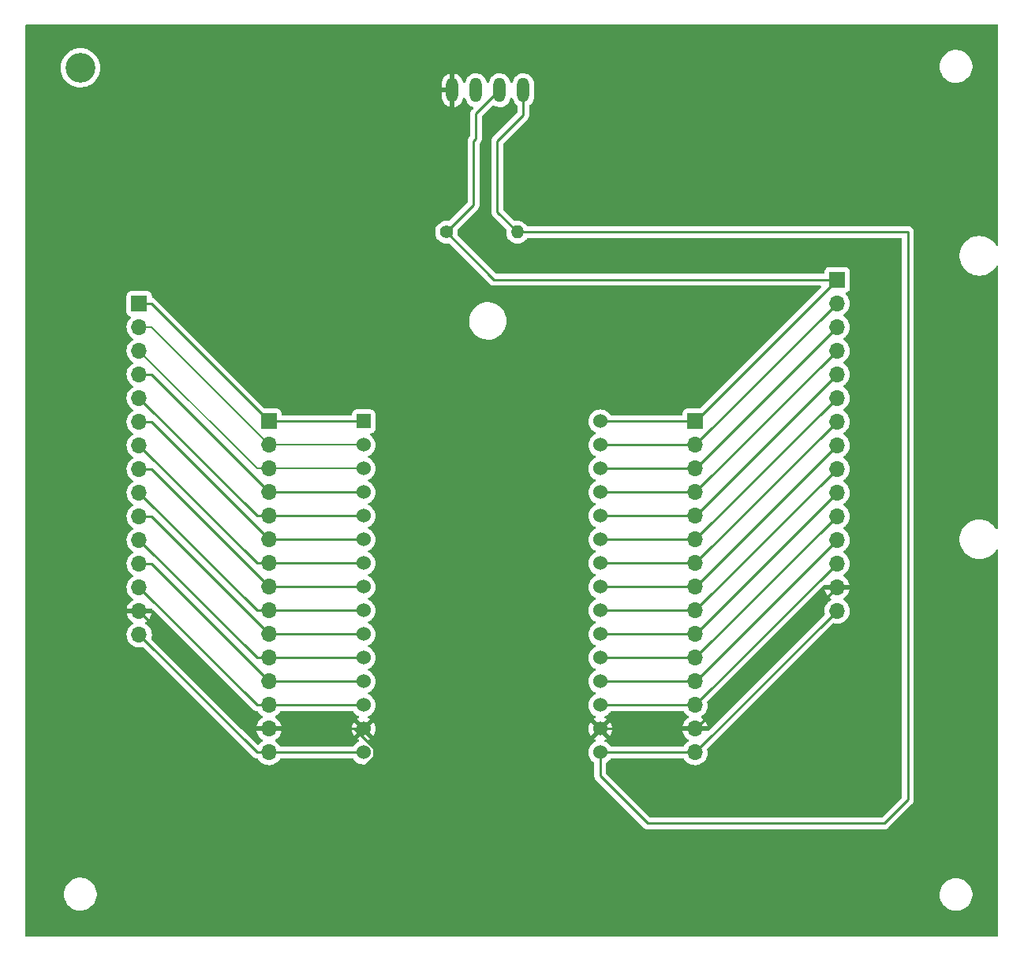
<source format=gtl>
G04 #@! TF.GenerationSoftware,KiCad,Pcbnew,(6.0.11-0)*
G04 #@! TF.CreationDate,2023-03-27T16:27:16-06:00*
G04 #@! TF.ProjectId,ESP_PCB,4553505f-5043-4422-9e6b-696361645f70,rev?*
G04 #@! TF.SameCoordinates,Original*
G04 #@! TF.FileFunction,Copper,L1,Top*
G04 #@! TF.FilePolarity,Positive*
%FSLAX46Y46*%
G04 Gerber Fmt 4.6, Leading zero omitted, Abs format (unit mm)*
G04 Created by KiCad (PCBNEW (6.0.11-0)) date 2023-03-27 16:27:16*
%MOMM*%
%LPD*%
G01*
G04 APERTURE LIST*
G04 #@! TA.AperFunction,ComponentPad*
%ADD10R,1.700000X1.700000*%
G04 #@! TD*
G04 #@! TA.AperFunction,ComponentPad*
%ADD11O,1.700000X1.700000*%
G04 #@! TD*
G04 #@! TA.AperFunction,ComponentPad*
%ADD12C,1.400000*%
G04 #@! TD*
G04 #@! TA.AperFunction,ComponentPad*
%ADD13O,1.400000X1.400000*%
G04 #@! TD*
G04 #@! TA.AperFunction,WasherPad*
%ADD14C,3.200000*%
G04 #@! TD*
G04 #@! TA.AperFunction,ComponentPad*
%ADD15R,1.524000X1.524000*%
G04 #@! TD*
G04 #@! TA.AperFunction,ComponentPad*
%ADD16C,1.524000*%
G04 #@! TD*
G04 #@! TA.AperFunction,ComponentPad*
%ADD17O,1.308000X2.616000*%
G04 #@! TD*
G04 #@! TA.AperFunction,Conductor*
%ADD18C,0.250000*%
G04 #@! TD*
G04 #@! TA.AperFunction,Conductor*
%ADD19C,0.200000*%
G04 #@! TD*
G04 APERTURE END LIST*
D10*
X134645000Y-68610000D03*
D11*
X134645000Y-71150000D03*
X134645000Y-73690000D03*
X134645000Y-76230000D03*
X134645000Y-78770000D03*
X134645000Y-81310000D03*
X134645000Y-83850000D03*
X134645000Y-86390000D03*
X134645000Y-88930000D03*
X134645000Y-91470000D03*
X134645000Y-94010000D03*
X134645000Y-96550000D03*
X134645000Y-99090000D03*
X134645000Y-101630000D03*
X134645000Y-104170000D03*
D12*
X92710000Y-63500000D03*
D13*
X100330000Y-63500000D03*
D14*
X53420000Y-45840000D03*
D15*
X83820000Y-83820000D03*
D16*
X83820000Y-86360000D03*
X83820000Y-88900000D03*
X83820000Y-91440000D03*
X83820000Y-93980000D03*
X83820000Y-96520000D03*
X83820000Y-99060000D03*
X83820000Y-101600000D03*
X83820000Y-104140000D03*
X83820000Y-106680000D03*
X83820000Y-109220000D03*
X83820000Y-111760000D03*
X83820000Y-114300000D03*
X83820000Y-116840000D03*
X83820000Y-119380000D03*
X109220000Y-119380000D03*
X109220000Y-116840000D03*
X109220000Y-114300000D03*
X109220000Y-111760000D03*
X109220000Y-109220000D03*
X109220000Y-106680000D03*
X109220000Y-104140000D03*
X109220000Y-101600000D03*
X109220000Y-99060000D03*
X109220000Y-96520000D03*
X109220000Y-93980000D03*
X109220000Y-91440000D03*
X109220000Y-88900000D03*
X109220000Y-86360000D03*
X109220000Y-83820000D03*
D10*
X73660000Y-83820000D03*
D11*
X73660000Y-86360000D03*
X73660000Y-88900000D03*
X73660000Y-91440000D03*
X73660000Y-93980000D03*
X73660000Y-96520000D03*
X73660000Y-99060000D03*
X73660000Y-101600000D03*
X73660000Y-104140000D03*
X73660000Y-106680000D03*
X73660000Y-109220000D03*
X73660000Y-111760000D03*
X73660000Y-114300000D03*
X73660000Y-116840000D03*
X73660000Y-119380000D03*
D10*
X119380000Y-83820000D03*
D11*
X119380000Y-86360000D03*
X119380000Y-88900000D03*
X119380000Y-91440000D03*
X119380000Y-93980000D03*
X119380000Y-96520000D03*
X119380000Y-99060000D03*
X119380000Y-101600000D03*
X119380000Y-104140000D03*
X119380000Y-106680000D03*
X119380000Y-109220000D03*
X119380000Y-111760000D03*
X119380000Y-114300000D03*
X119380000Y-116840000D03*
X119380000Y-119380000D03*
D10*
X59740000Y-71180000D03*
D11*
X59740000Y-73720000D03*
X59740000Y-76260000D03*
X59740000Y-78800000D03*
X59740000Y-81340000D03*
X59740000Y-83880000D03*
X59740000Y-86420000D03*
X59740000Y-88960000D03*
X59740000Y-91500000D03*
X59740000Y-94040000D03*
X59740000Y-96580000D03*
X59740000Y-99120000D03*
X59740000Y-101660000D03*
X59740000Y-104200000D03*
X59740000Y-106740000D03*
D17*
X100965000Y-48260000D03*
X98425000Y-48260000D03*
X95885000Y-48260000D03*
X93345000Y-48260000D03*
D18*
X83820000Y-83820000D02*
X73660000Y-83820000D01*
X59740000Y-71180000D02*
X61020000Y-71180000D01*
X61020000Y-71180000D02*
X73660000Y-83820000D01*
D19*
X73660000Y-86360000D02*
X83820000Y-86360000D01*
X73660000Y-86360000D02*
X61020000Y-73720000D01*
X61020000Y-73720000D02*
X59740000Y-73720000D01*
X72380000Y-88900000D02*
X73660000Y-88900000D01*
X83820000Y-88900000D02*
X73660000Y-88900000D01*
X59740000Y-76260000D02*
X72380000Y-88900000D01*
D18*
X73660000Y-91440000D02*
X83820000Y-91440000D01*
X73660000Y-91440000D02*
X61020000Y-78800000D01*
X61020000Y-78800000D02*
X59740000Y-78800000D01*
X59740000Y-81340000D02*
X72380000Y-93980000D01*
X72380000Y-93980000D02*
X73660000Y-93980000D01*
X83820000Y-93980000D02*
X73660000Y-93980000D01*
X73660000Y-96520000D02*
X61020000Y-83880000D01*
X61020000Y-83880000D02*
X59740000Y-83880000D01*
X73660000Y-96520000D02*
X83820000Y-96520000D01*
X59740000Y-86420000D02*
X72380000Y-99060000D01*
X72380000Y-99060000D02*
X73660000Y-99060000D01*
X83820000Y-99060000D02*
X73660000Y-99060000D01*
X73660000Y-101600000D02*
X83820000Y-101600000D01*
X73660000Y-101600000D02*
X61020000Y-88960000D01*
X61020000Y-88960000D02*
X59740000Y-88960000D01*
X83820000Y-104140000D02*
X73660000Y-104140000D01*
X72380000Y-104140000D02*
X73660000Y-104140000D01*
X59740000Y-91500000D02*
X72380000Y-104140000D01*
X61020000Y-94040000D02*
X59740000Y-94040000D01*
X73660000Y-106680000D02*
X61020000Y-94040000D01*
X73660000Y-106680000D02*
X83820000Y-106680000D01*
X59740000Y-96580000D02*
X72380000Y-109220000D01*
X83820000Y-109220000D02*
X73660000Y-109220000D01*
X72380000Y-109220000D02*
X73660000Y-109220000D01*
X73660000Y-111760000D02*
X83820000Y-111760000D01*
X59740000Y-99120000D02*
X61020000Y-99120000D01*
X61020000Y-99120000D02*
X73660000Y-111760000D01*
X59740000Y-101660000D02*
X72380000Y-114300000D01*
X73660000Y-114300000D02*
X83820000Y-114300000D01*
X72380000Y-114300000D02*
X73660000Y-114300000D01*
X90540000Y-53710000D02*
X52970000Y-53710000D01*
X82817251Y-116840000D02*
X78740000Y-116840000D01*
X59740000Y-104200000D02*
X72380000Y-116840000D01*
X53340000Y-127000000D02*
X77737251Y-127000000D01*
X52970000Y-53710000D02*
X50800000Y-55880000D01*
X119435000Y-116840000D02*
X119380000Y-116840000D01*
X83820000Y-116840000D02*
X73660000Y-116840000D01*
X77737251Y-127000000D02*
X84907000Y-119830251D01*
X134645000Y-101630000D02*
X119435000Y-116840000D01*
X84907000Y-119830251D02*
X84907000Y-118929749D01*
X84907000Y-118929749D02*
X82817251Y-116840000D01*
X93345000Y-50905000D02*
X90540000Y-53710000D01*
X93345000Y-48260000D02*
X93345000Y-50905000D01*
X109220000Y-116840000D02*
X119380000Y-116840000D01*
X72380000Y-116840000D02*
X73660000Y-116840000D01*
X50800000Y-124460000D02*
X53340000Y-127000000D01*
X50800000Y-55880000D02*
X50800000Y-124460000D01*
X59740000Y-106740000D02*
X72380000Y-119380000D01*
X72380000Y-119380000D02*
X73660000Y-119380000D01*
X73660000Y-119380000D02*
X83820000Y-119380000D01*
X109220000Y-121920000D02*
X109220000Y-119380000D01*
X98160000Y-53710000D02*
X98160000Y-61330000D01*
X100965000Y-50905000D02*
X100965000Y-48260000D01*
X100330000Y-63500000D02*
X142240000Y-63500000D01*
X119380000Y-119380000D02*
X109220000Y-119380000D01*
X134590000Y-104170000D02*
X134645000Y-104170000D01*
X142240000Y-63500000D02*
X142240000Y-124460000D01*
X119380000Y-119380000D02*
X134590000Y-104170000D01*
X98160000Y-53710000D02*
X100965000Y-50905000D01*
X114300000Y-127000000D02*
X109220000Y-121920000D01*
X139700000Y-127000000D02*
X114300000Y-127000000D01*
X98160000Y-61330000D02*
X100330000Y-63500000D01*
X142240000Y-124460000D02*
X139700000Y-127000000D01*
X134590000Y-99090000D02*
X134645000Y-99090000D01*
X119380000Y-114300000D02*
X134590000Y-99090000D01*
X109220000Y-114300000D02*
X119380000Y-114300000D01*
X109220000Y-111760000D02*
X119380000Y-111760000D01*
X134645000Y-96550000D02*
X119435000Y-111760000D01*
X119435000Y-111760000D02*
X119380000Y-111760000D01*
X109220000Y-109220000D02*
X119380000Y-109220000D01*
X119380000Y-109220000D02*
X134590000Y-94010000D01*
X134590000Y-94010000D02*
X134645000Y-94010000D01*
X119435000Y-106680000D02*
X119380000Y-106680000D01*
X134645000Y-91470000D02*
X119435000Y-106680000D01*
X109220000Y-106680000D02*
X119380000Y-106680000D01*
X119380000Y-104140000D02*
X134590000Y-88930000D01*
X134590000Y-88930000D02*
X134645000Y-88930000D01*
X109220000Y-104140000D02*
X119380000Y-104140000D01*
X119435000Y-101600000D02*
X119380000Y-101600000D01*
X134645000Y-86390000D02*
X119435000Y-101600000D01*
X109220000Y-101600000D02*
X119435000Y-101600000D01*
X109220000Y-99060000D02*
X119435000Y-99060000D01*
X119380000Y-99060000D02*
X134590000Y-83850000D01*
X134590000Y-83850000D02*
X134645000Y-83850000D01*
X119380000Y-96520000D02*
X134590000Y-81310000D01*
X134590000Y-81310000D02*
X134645000Y-81310000D01*
X109220000Y-96520000D02*
X119435000Y-96520000D01*
X109220000Y-93980000D02*
X119380000Y-93980000D01*
X134645000Y-78770000D02*
X119435000Y-93980000D01*
X119435000Y-93980000D02*
X119380000Y-93980000D01*
X134590000Y-76230000D02*
X134645000Y-76230000D01*
X109220000Y-91440000D02*
X119380000Y-91440000D01*
X119380000Y-91440000D02*
X134590000Y-76230000D01*
X134645000Y-73690000D02*
X119435000Y-88900000D01*
X109220000Y-88900000D02*
X119380000Y-88900000D01*
X119435000Y-88900000D02*
X119380000Y-88900000D01*
X134590000Y-71150000D02*
X134645000Y-71150000D01*
X119380000Y-86360000D02*
X134590000Y-71150000D01*
X109220000Y-86360000D02*
X119380000Y-86360000D01*
X95885000Y-53445000D02*
X95620000Y-53710000D01*
X98425000Y-48260000D02*
X95885000Y-50800000D01*
X95620000Y-60590000D02*
X92710000Y-63500000D01*
X95620000Y-53710000D02*
X95620000Y-60590000D01*
X97820000Y-68610000D02*
X134645000Y-68610000D01*
X119435000Y-83820000D02*
X119380000Y-83820000D01*
X92710000Y-63500000D02*
X97820000Y-68610000D01*
X134645000Y-68610000D02*
X119435000Y-83820000D01*
X109220000Y-83820000D02*
X119380000Y-83820000D01*
X95885000Y-50800000D02*
X95885000Y-53445000D01*
G04 #@! TA.AperFunction,Conductor*
G36*
X151873621Y-41168502D02*
G01*
X151920114Y-41222158D01*
X151931500Y-41274500D01*
X151931500Y-64843425D01*
X151911498Y-64911546D01*
X151857842Y-64958039D01*
X151787568Y-64968143D01*
X151722988Y-64938649D01*
X151697384Y-64908132D01*
X151647785Y-64825258D01*
X151466755Y-64599295D01*
X151256733Y-64399992D01*
X151021605Y-64231036D01*
X150765723Y-64095553D01*
X150493822Y-63996051D01*
X150210932Y-63934371D01*
X150206663Y-63934035D01*
X149986309Y-63916693D01*
X149986300Y-63916693D01*
X149983852Y-63916500D01*
X149827215Y-63916500D01*
X149825079Y-63916646D01*
X149825068Y-63916646D01*
X149615412Y-63930939D01*
X149615406Y-63930940D01*
X149611135Y-63931231D01*
X149606940Y-63932100D01*
X149606938Y-63932100D01*
X149469374Y-63960588D01*
X149327614Y-63989945D01*
X149054686Y-64086594D01*
X148797399Y-64219390D01*
X148560515Y-64385874D01*
X148557370Y-64388797D01*
X148557367Y-64388799D01*
X148383261Y-64550589D01*
X148348418Y-64582967D01*
X148165031Y-64807022D01*
X148013749Y-65053892D01*
X147897371Y-65319009D01*
X147818050Y-65597468D01*
X147777254Y-65884115D01*
X147775738Y-66173647D01*
X147813530Y-66460706D01*
X147889931Y-66739980D01*
X148003526Y-67006302D01*
X148152215Y-67254742D01*
X148333245Y-67480705D01*
X148484579Y-67624315D01*
X148519591Y-67657540D01*
X148543267Y-67680008D01*
X148778395Y-67848964D01*
X149034277Y-67984447D01*
X149306178Y-68083949D01*
X149589068Y-68145629D01*
X149593337Y-68145965D01*
X149813691Y-68163307D01*
X149813700Y-68163307D01*
X149816148Y-68163500D01*
X149972785Y-68163500D01*
X149974921Y-68163354D01*
X149974932Y-68163354D01*
X150184588Y-68149061D01*
X150184594Y-68149060D01*
X150188865Y-68148769D01*
X150193060Y-68147900D01*
X150193062Y-68147900D01*
X150330626Y-68119412D01*
X150472386Y-68090055D01*
X150745314Y-67993406D01*
X151002601Y-67860610D01*
X151239485Y-67694126D01*
X151242633Y-67691201D01*
X151448439Y-67499954D01*
X151448442Y-67499951D01*
X151451582Y-67497033D01*
X151634969Y-67272978D01*
X151698067Y-67170011D01*
X151750715Y-67122380D01*
X151820756Y-67110773D01*
X151885954Y-67138876D01*
X151925608Y-67197766D01*
X151931500Y-67235846D01*
X151931500Y-95283425D01*
X151911498Y-95351546D01*
X151857842Y-95398039D01*
X151787568Y-95408143D01*
X151722988Y-95378649D01*
X151697384Y-95348132D01*
X151647785Y-95265258D01*
X151636362Y-95250999D01*
X151500432Y-95081331D01*
X151466755Y-95039295D01*
X151313107Y-94893489D01*
X151259842Y-94842942D01*
X151259839Y-94842940D01*
X151256733Y-94839992D01*
X151021605Y-94671036D01*
X150765723Y-94535553D01*
X150493822Y-94436051D01*
X150210932Y-94374371D01*
X150206663Y-94374035D01*
X149986309Y-94356693D01*
X149986300Y-94356693D01*
X149983852Y-94356500D01*
X149827215Y-94356500D01*
X149825079Y-94356646D01*
X149825068Y-94356646D01*
X149615412Y-94370939D01*
X149615406Y-94370940D01*
X149611135Y-94371231D01*
X149606940Y-94372100D01*
X149606938Y-94372100D01*
X149469374Y-94400588D01*
X149327614Y-94429945D01*
X149054686Y-94526594D01*
X148797399Y-94659390D01*
X148560515Y-94825874D01*
X148557370Y-94828797D01*
X148557367Y-94828799D01*
X148362339Y-95010031D01*
X148348418Y-95022967D01*
X148165031Y-95247022D01*
X148013749Y-95493892D01*
X147897371Y-95759009D01*
X147818050Y-96037468D01*
X147817446Y-96041710D01*
X147817445Y-96041716D01*
X147777898Y-96319588D01*
X147777254Y-96324115D01*
X147777080Y-96357361D01*
X147775880Y-96586590D01*
X147775738Y-96613647D01*
X147813530Y-96900706D01*
X147814663Y-96904846D01*
X147814663Y-96904848D01*
X147854868Y-97051811D01*
X147889931Y-97179980D01*
X148003526Y-97446302D01*
X148152215Y-97694742D01*
X148154899Y-97698093D01*
X148154901Y-97698095D01*
X148237261Y-97800897D01*
X148333245Y-97920705D01*
X148456353Y-98037530D01*
X148518885Y-98096870D01*
X148543267Y-98120008D01*
X148778395Y-98288964D01*
X149034277Y-98424447D01*
X149306178Y-98523949D01*
X149589068Y-98585629D01*
X149593337Y-98585965D01*
X149813691Y-98603307D01*
X149813700Y-98603307D01*
X149816148Y-98603500D01*
X149972785Y-98603500D01*
X149974921Y-98603354D01*
X149974932Y-98603354D01*
X150184588Y-98589061D01*
X150184594Y-98589060D01*
X150188865Y-98588769D01*
X150193060Y-98587900D01*
X150193062Y-98587900D01*
X150330626Y-98559412D01*
X150472386Y-98530055D01*
X150745314Y-98433406D01*
X151002601Y-98300610D01*
X151239485Y-98134126D01*
X151242633Y-98131201D01*
X151448439Y-97939954D01*
X151448442Y-97939951D01*
X151451582Y-97937033D01*
X151634969Y-97712978D01*
X151698067Y-97610011D01*
X151750715Y-97562380D01*
X151820756Y-97550773D01*
X151885954Y-97578876D01*
X151925608Y-97637766D01*
X151931500Y-97675846D01*
X151931500Y-139065500D01*
X151911498Y-139133621D01*
X151857842Y-139180114D01*
X151805500Y-139191500D01*
X47664500Y-139191500D01*
X47596379Y-139171498D01*
X47549886Y-139117842D01*
X47538500Y-139065500D01*
X47538500Y-134687655D01*
X51659858Y-134687655D01*
X51695104Y-134946638D01*
X51696412Y-134951124D01*
X51696412Y-134951126D01*
X51716098Y-135018664D01*
X51768243Y-135197567D01*
X51877668Y-135434928D01*
X51880231Y-135438837D01*
X52018410Y-135649596D01*
X52018414Y-135649601D01*
X52020976Y-135653509D01*
X52195018Y-135848506D01*
X52395970Y-136015637D01*
X52399973Y-136018066D01*
X52615422Y-136148804D01*
X52615426Y-136148806D01*
X52619419Y-136151229D01*
X52860455Y-136252303D01*
X53113783Y-136316641D01*
X53118434Y-136317109D01*
X53118438Y-136317110D01*
X53311308Y-136336531D01*
X53330867Y-136338500D01*
X53486354Y-136338500D01*
X53488679Y-136338327D01*
X53488685Y-136338327D01*
X53676000Y-136324407D01*
X53676004Y-136324406D01*
X53680652Y-136324061D01*
X53685200Y-136323032D01*
X53685206Y-136323031D01*
X53871601Y-136280853D01*
X53935577Y-136266377D01*
X53971769Y-136252303D01*
X54174824Y-136173340D01*
X54174827Y-136173339D01*
X54179177Y-136171647D01*
X54406098Y-136041951D01*
X54611357Y-135880138D01*
X54790443Y-135689763D01*
X54939424Y-135475009D01*
X55035299Y-135280593D01*
X55052960Y-135244781D01*
X55052961Y-135244778D01*
X55055025Y-135240593D01*
X55134707Y-134991665D01*
X55176721Y-134733693D01*
X55176800Y-134727655D01*
X145639858Y-134727655D01*
X145675104Y-134986638D01*
X145676412Y-134991124D01*
X145676412Y-134991126D01*
X145696098Y-135058664D01*
X145748243Y-135237567D01*
X145857668Y-135474928D01*
X145860231Y-135478837D01*
X145998410Y-135689596D01*
X145998414Y-135689601D01*
X146000976Y-135693509D01*
X146175018Y-135888506D01*
X146375970Y-136055637D01*
X146379973Y-136058066D01*
X146595422Y-136188804D01*
X146595426Y-136188806D01*
X146599419Y-136191229D01*
X146840455Y-136292303D01*
X147093783Y-136356641D01*
X147098434Y-136357109D01*
X147098438Y-136357110D01*
X147291308Y-136376531D01*
X147310867Y-136378500D01*
X147466354Y-136378500D01*
X147468679Y-136378327D01*
X147468685Y-136378327D01*
X147656000Y-136364407D01*
X147656004Y-136364406D01*
X147660652Y-136364061D01*
X147665200Y-136363032D01*
X147665206Y-136363031D01*
X147875308Y-136315489D01*
X147915577Y-136306377D01*
X147951769Y-136292303D01*
X148154824Y-136213340D01*
X148154827Y-136213339D01*
X148159177Y-136211647D01*
X148386098Y-136081951D01*
X148591357Y-135920138D01*
X148770443Y-135729763D01*
X148919424Y-135515009D01*
X148958916Y-135434928D01*
X149032960Y-135284781D01*
X149032961Y-135284778D01*
X149035025Y-135280593D01*
X149046489Y-135244781D01*
X149113280Y-135036123D01*
X149114707Y-135031665D01*
X149156721Y-134773693D01*
X149160142Y-134512345D01*
X149124896Y-134253362D01*
X149110473Y-134203877D01*
X149053068Y-134006932D01*
X149051757Y-134002433D01*
X148942332Y-133765072D01*
X148887310Y-133681149D01*
X148801590Y-133550404D01*
X148801586Y-133550399D01*
X148799024Y-133546491D01*
X148624982Y-133351494D01*
X148424030Y-133184363D01*
X148310926Y-133115730D01*
X148204578Y-133051196D01*
X148204574Y-133051194D01*
X148200581Y-133048771D01*
X147959545Y-132947697D01*
X147706217Y-132883359D01*
X147701566Y-132882891D01*
X147701562Y-132882890D01*
X147492271Y-132861816D01*
X147489133Y-132861500D01*
X147333646Y-132861500D01*
X147331321Y-132861673D01*
X147331315Y-132861673D01*
X147144000Y-132875593D01*
X147143996Y-132875594D01*
X147139348Y-132875939D01*
X147134800Y-132876968D01*
X147134794Y-132876969D01*
X146948399Y-132919147D01*
X146884423Y-132933623D01*
X146880071Y-132935315D01*
X146880069Y-132935316D01*
X146645176Y-133026660D01*
X146645173Y-133026661D01*
X146640823Y-133028353D01*
X146413902Y-133158049D01*
X146208643Y-133319862D01*
X146029557Y-133510237D01*
X145880576Y-133724991D01*
X145878510Y-133729181D01*
X145878508Y-133729184D01*
X145782509Y-133923852D01*
X145764975Y-133959407D01*
X145685293Y-134208335D01*
X145643279Y-134466307D01*
X145643218Y-134470980D01*
X145640382Y-134687655D01*
X145639858Y-134727655D01*
X55176800Y-134727655D01*
X55179557Y-134517022D01*
X55180081Y-134477022D01*
X55180081Y-134477019D01*
X55180142Y-134472345D01*
X55144896Y-134213362D01*
X55142132Y-134203877D01*
X55073068Y-133966932D01*
X55071757Y-133962433D01*
X54962332Y-133725072D01*
X54847815Y-133550404D01*
X54821590Y-133510404D01*
X54821586Y-133510399D01*
X54819024Y-133506491D01*
X54644982Y-133311494D01*
X54444030Y-133144363D01*
X54396844Y-133115730D01*
X54224578Y-133011196D01*
X54224574Y-133011194D01*
X54220581Y-133008771D01*
X53979545Y-132907697D01*
X53726217Y-132843359D01*
X53721566Y-132842891D01*
X53721562Y-132842890D01*
X53512271Y-132821816D01*
X53509133Y-132821500D01*
X53353646Y-132821500D01*
X53351321Y-132821673D01*
X53351315Y-132821673D01*
X53164000Y-132835593D01*
X53163996Y-132835594D01*
X53159348Y-132835939D01*
X53154800Y-132836968D01*
X53154794Y-132836969D01*
X52978023Y-132876969D01*
X52904423Y-132893623D01*
X52900071Y-132895315D01*
X52900069Y-132895316D01*
X52665176Y-132986660D01*
X52665173Y-132986661D01*
X52660823Y-132988353D01*
X52433902Y-133118049D01*
X52228643Y-133279862D01*
X52049557Y-133470237D01*
X51900576Y-133684991D01*
X51898510Y-133689181D01*
X51898508Y-133689184D01*
X51858991Y-133769318D01*
X51784975Y-133919407D01*
X51783553Y-133923850D01*
X51783552Y-133923852D01*
X51772564Y-133958179D01*
X51705293Y-134168335D01*
X51663279Y-134426307D01*
X51659858Y-134687655D01*
X47538500Y-134687655D01*
X47538500Y-106706695D01*
X58377251Y-106706695D01*
X58377548Y-106711848D01*
X58377548Y-106711851D01*
X58386650Y-106869715D01*
X58390110Y-106929715D01*
X58391247Y-106934761D01*
X58391248Y-106934767D01*
X58406411Y-107002049D01*
X58439222Y-107147639D01*
X58496959Y-107289829D01*
X58514693Y-107333502D01*
X58523266Y-107354616D01*
X58525965Y-107359020D01*
X58609459Y-107495270D01*
X58639987Y-107545088D01*
X58786250Y-107713938D01*
X58958126Y-107856632D01*
X59151000Y-107969338D01*
X59155825Y-107971180D01*
X59155826Y-107971181D01*
X59228612Y-107998975D01*
X59359692Y-108049030D01*
X59364760Y-108050061D01*
X59364763Y-108050062D01*
X59460855Y-108069612D01*
X59578597Y-108093567D01*
X59583772Y-108093757D01*
X59583774Y-108093757D01*
X59796673Y-108101564D01*
X59796677Y-108101564D01*
X59801837Y-108101753D01*
X59806957Y-108101097D01*
X59806959Y-108101097D01*
X60018288Y-108074025D01*
X60018289Y-108074025D01*
X60023416Y-108073368D01*
X60028367Y-108071883D01*
X60028370Y-108071882D01*
X60069829Y-108059444D01*
X60140825Y-108059028D01*
X60195131Y-108091035D01*
X71876343Y-119772247D01*
X71883887Y-119780537D01*
X71888000Y-119787018D01*
X71893777Y-119792443D01*
X71937667Y-119833658D01*
X71940509Y-119836413D01*
X71960230Y-119856134D01*
X71963425Y-119858612D01*
X71972447Y-119866318D01*
X72004679Y-119896586D01*
X72011628Y-119900406D01*
X72022432Y-119906346D01*
X72038956Y-119917199D01*
X72054959Y-119929613D01*
X72095543Y-119947176D01*
X72106173Y-119952383D01*
X72144940Y-119973695D01*
X72152617Y-119975666D01*
X72152622Y-119975668D01*
X72164558Y-119978732D01*
X72183266Y-119985137D01*
X72201855Y-119993181D01*
X72209680Y-119994420D01*
X72209682Y-119994421D01*
X72245519Y-120000097D01*
X72257140Y-120002504D01*
X72292289Y-120011528D01*
X72299970Y-120013500D01*
X72320231Y-120013500D01*
X72339940Y-120015051D01*
X72359943Y-120018219D01*
X72367836Y-120017473D01*
X72367839Y-120017473D01*
X72374147Y-120016877D01*
X72443847Y-120030381D01*
X72493434Y-120076483D01*
X72557291Y-120180688D01*
X72559987Y-120185088D01*
X72706250Y-120353938D01*
X72878126Y-120496632D01*
X73071000Y-120609338D01*
X73279692Y-120689030D01*
X73284760Y-120690061D01*
X73284763Y-120690062D01*
X73392017Y-120711883D01*
X73498597Y-120733567D01*
X73503772Y-120733757D01*
X73503774Y-120733757D01*
X73716673Y-120741564D01*
X73716677Y-120741564D01*
X73721837Y-120741753D01*
X73726957Y-120741097D01*
X73726959Y-120741097D01*
X73938288Y-120714025D01*
X73938289Y-120714025D01*
X73943416Y-120713368D01*
X73948366Y-120711883D01*
X74152429Y-120650661D01*
X74152434Y-120650659D01*
X74157384Y-120649174D01*
X74357994Y-120550896D01*
X74539860Y-120421173D01*
X74698096Y-120263489D01*
X74757594Y-120180689D01*
X74825435Y-120086277D01*
X74828453Y-120082077D01*
X74830746Y-120077437D01*
X74832446Y-120074608D01*
X74884674Y-120026518D01*
X74940451Y-120013500D01*
X82646996Y-120013500D01*
X82715117Y-120033502D01*
X82750209Y-120067229D01*
X82829655Y-120180689D01*
X82843023Y-120199781D01*
X83000219Y-120356977D01*
X83004727Y-120360134D01*
X83004730Y-120360136D01*
X83080495Y-120413187D01*
X83182323Y-120484488D01*
X83187305Y-120486811D01*
X83187310Y-120486814D01*
X83378822Y-120576117D01*
X83383804Y-120578440D01*
X83389112Y-120579862D01*
X83389114Y-120579863D01*
X83454949Y-120597503D01*
X83598537Y-120635978D01*
X83820000Y-120655353D01*
X84041463Y-120635978D01*
X84185051Y-120597503D01*
X84250886Y-120579863D01*
X84250888Y-120579862D01*
X84256196Y-120578440D01*
X84261178Y-120576117D01*
X84452690Y-120486814D01*
X84452695Y-120486811D01*
X84457677Y-120484488D01*
X84559505Y-120413187D01*
X84635270Y-120360136D01*
X84635273Y-120360134D01*
X84639781Y-120356977D01*
X84796977Y-120199781D01*
X84810346Y-120180689D01*
X84921331Y-120022185D01*
X84921332Y-120022183D01*
X84924488Y-120017676D01*
X84926811Y-120012694D01*
X84926814Y-120012689D01*
X85016117Y-119821178D01*
X85016118Y-119821177D01*
X85018440Y-119816196D01*
X85075978Y-119601463D01*
X85095353Y-119380000D01*
X85075978Y-119158537D01*
X85018440Y-118943804D01*
X85010126Y-118925974D01*
X84926814Y-118747311D01*
X84926811Y-118747306D01*
X84924488Y-118742324D01*
X84921331Y-118737815D01*
X84800136Y-118564730D01*
X84800134Y-118564727D01*
X84796977Y-118560219D01*
X84639781Y-118403023D01*
X84635273Y-118399866D01*
X84635270Y-118399864D01*
X84559505Y-118346813D01*
X84457677Y-118275512D01*
X84452695Y-118273189D01*
X84452690Y-118273186D01*
X84347035Y-118223919D01*
X84293750Y-118177002D01*
X84274289Y-118108725D01*
X84294831Y-118040765D01*
X84347035Y-117995529D01*
X84452445Y-117946376D01*
X84461931Y-117940898D01*
X84505764Y-117910207D01*
X84514139Y-117899729D01*
X84507071Y-117886281D01*
X83832812Y-117212022D01*
X83818868Y-117204408D01*
X83817035Y-117204539D01*
X83810420Y-117208790D01*
X83132207Y-117887003D01*
X83125777Y-117898777D01*
X83135074Y-117910793D01*
X83178069Y-117940898D01*
X83187555Y-117946376D01*
X83292965Y-117995529D01*
X83346250Y-118042446D01*
X83365711Y-118110723D01*
X83345169Y-118178683D01*
X83292965Y-118223919D01*
X83187311Y-118273186D01*
X83187306Y-118273189D01*
X83182324Y-118275512D01*
X83177817Y-118278668D01*
X83177815Y-118278669D01*
X83004730Y-118399864D01*
X83004727Y-118399866D01*
X83000219Y-118403023D01*
X82843023Y-118560219D01*
X82839866Y-118564727D01*
X82839864Y-118564730D01*
X82750209Y-118692771D01*
X82694752Y-118737099D01*
X82646996Y-118746500D01*
X74936805Y-118746500D01*
X74868684Y-118726498D01*
X74831013Y-118688940D01*
X74742822Y-118552617D01*
X74742820Y-118552614D01*
X74740014Y-118548277D01*
X74589670Y-118383051D01*
X74585619Y-118379852D01*
X74585615Y-118379848D01*
X74418414Y-118247800D01*
X74418410Y-118247798D01*
X74414359Y-118244598D01*
X74372569Y-118221529D01*
X74322598Y-118171097D01*
X74307826Y-118101654D01*
X74332942Y-118035248D01*
X74360294Y-118008641D01*
X74535328Y-117883792D01*
X74543200Y-117877139D01*
X74694052Y-117726812D01*
X74700730Y-117718965D01*
X74825003Y-117546020D01*
X74830313Y-117537183D01*
X74924670Y-117346267D01*
X74928469Y-117336672D01*
X74990377Y-117132910D01*
X74992555Y-117122837D01*
X74993986Y-117111962D01*
X74991775Y-117097778D01*
X74978617Y-117094000D01*
X72343225Y-117094000D01*
X72329694Y-117097973D01*
X72328257Y-117107966D01*
X72358565Y-117242446D01*
X72361645Y-117252275D01*
X72441770Y-117449603D01*
X72446413Y-117458794D01*
X72557694Y-117640388D01*
X72563777Y-117648699D01*
X72703213Y-117809667D01*
X72710580Y-117816883D01*
X72874434Y-117952916D01*
X72882881Y-117958831D01*
X72951969Y-117999203D01*
X73000693Y-118050842D01*
X73013764Y-118120625D01*
X72987033Y-118186396D01*
X72946584Y-118219752D01*
X72933607Y-118226507D01*
X72929474Y-118229610D01*
X72929471Y-118229612D01*
X72759100Y-118357530D01*
X72754965Y-118360635D01*
X72600629Y-118522138D01*
X72598839Y-118520428D01*
X72548849Y-118554940D01*
X72477891Y-118557285D01*
X72420282Y-118524377D01*
X70741380Y-116845475D01*
X82545628Y-116845475D01*
X82564038Y-117055896D01*
X82565941Y-117066691D01*
X82620609Y-117270715D01*
X82624355Y-117281007D01*
X82713623Y-117472441D01*
X82719103Y-117481932D01*
X82749794Y-117525765D01*
X82760271Y-117534140D01*
X82773718Y-117527072D01*
X83447978Y-116852812D01*
X83454356Y-116841132D01*
X84184408Y-116841132D01*
X84184539Y-116842965D01*
X84188790Y-116849580D01*
X84867003Y-117527793D01*
X84878777Y-117534223D01*
X84890793Y-117524926D01*
X84920897Y-117481932D01*
X84926377Y-117472441D01*
X85015645Y-117281007D01*
X85019391Y-117270715D01*
X85074059Y-117066691D01*
X85075962Y-117055896D01*
X85094372Y-116845475D01*
X107945628Y-116845475D01*
X107964038Y-117055896D01*
X107965941Y-117066691D01*
X108020609Y-117270715D01*
X108024355Y-117281007D01*
X108113623Y-117472441D01*
X108119103Y-117481932D01*
X108149794Y-117525765D01*
X108160271Y-117534140D01*
X108173718Y-117527072D01*
X108847978Y-116852812D01*
X108854356Y-116841132D01*
X109584408Y-116841132D01*
X109584539Y-116842965D01*
X109588790Y-116849580D01*
X110267003Y-117527793D01*
X110278777Y-117534223D01*
X110290793Y-117524926D01*
X110320897Y-117481932D01*
X110326377Y-117472441D01*
X110415645Y-117281007D01*
X110419391Y-117270715D01*
X110474059Y-117066691D01*
X110475962Y-117055896D01*
X110494372Y-116845475D01*
X110494372Y-116834525D01*
X110475962Y-116624104D01*
X110474059Y-116613309D01*
X110419391Y-116409285D01*
X110415645Y-116398993D01*
X110326377Y-116207559D01*
X110320897Y-116198068D01*
X110290206Y-116154235D01*
X110279729Y-116145860D01*
X110266282Y-116152928D01*
X109592022Y-116827188D01*
X109584408Y-116841132D01*
X108854356Y-116841132D01*
X108855592Y-116838868D01*
X108855461Y-116837035D01*
X108851210Y-116830420D01*
X108172997Y-116152207D01*
X108161223Y-116145777D01*
X108149207Y-116155074D01*
X108119103Y-116198068D01*
X108113623Y-116207559D01*
X108024355Y-116398993D01*
X108020609Y-116409285D01*
X107965941Y-116613309D01*
X107964038Y-116624104D01*
X107945628Y-116834525D01*
X107945628Y-116845475D01*
X85094372Y-116845475D01*
X85094372Y-116834525D01*
X85075962Y-116624104D01*
X85074059Y-116613309D01*
X85019391Y-116409285D01*
X85015645Y-116398993D01*
X84926377Y-116207559D01*
X84920897Y-116198068D01*
X84890206Y-116154235D01*
X84879729Y-116145860D01*
X84866282Y-116152928D01*
X84192022Y-116827188D01*
X84184408Y-116841132D01*
X83454356Y-116841132D01*
X83455592Y-116838868D01*
X83455461Y-116837035D01*
X83451210Y-116830420D01*
X82772997Y-116152207D01*
X82761223Y-116145777D01*
X82749207Y-116155074D01*
X82719103Y-116198068D01*
X82713623Y-116207559D01*
X82624355Y-116398993D01*
X82620609Y-116409285D01*
X82565941Y-116613309D01*
X82564038Y-116624104D01*
X82545628Y-116834525D01*
X82545628Y-116845475D01*
X70741380Y-116845475D01*
X61091218Y-107195313D01*
X61057192Y-107133001D01*
X61059755Y-107069589D01*
X61070865Y-107033022D01*
X61072370Y-107028069D01*
X61101529Y-106806590D01*
X61103156Y-106740000D01*
X61084852Y-106517361D01*
X61030431Y-106300702D01*
X60941354Y-106095840D01*
X60820014Y-105908277D01*
X60669670Y-105743051D01*
X60665619Y-105739852D01*
X60665615Y-105739848D01*
X60498414Y-105607800D01*
X60498410Y-105607798D01*
X60494359Y-105604598D01*
X60452569Y-105581529D01*
X60402598Y-105531097D01*
X60387826Y-105461654D01*
X60412942Y-105395248D01*
X60440294Y-105368641D01*
X60615328Y-105243792D01*
X60623200Y-105237139D01*
X60774052Y-105086812D01*
X60780730Y-105078965D01*
X60905003Y-104906020D01*
X60910313Y-104897183D01*
X61004670Y-104706267D01*
X61008469Y-104696672D01*
X61070377Y-104492910D01*
X61072555Y-104482837D01*
X61073986Y-104471962D01*
X61071775Y-104457778D01*
X61058617Y-104454000D01*
X58423225Y-104454000D01*
X58409694Y-104457973D01*
X58408257Y-104467966D01*
X58438565Y-104602446D01*
X58441645Y-104612275D01*
X58521770Y-104809603D01*
X58526413Y-104818794D01*
X58637694Y-105000388D01*
X58643777Y-105008699D01*
X58783213Y-105169667D01*
X58790580Y-105176883D01*
X58954434Y-105312916D01*
X58962881Y-105318831D01*
X59031969Y-105359203D01*
X59080693Y-105410842D01*
X59093764Y-105480625D01*
X59067033Y-105546396D01*
X59026584Y-105579752D01*
X59013607Y-105586507D01*
X59009474Y-105589610D01*
X59009471Y-105589612D01*
X58839100Y-105717530D01*
X58834965Y-105720635D01*
X58831393Y-105724373D01*
X58741538Y-105818401D01*
X58680629Y-105882138D01*
X58554743Y-106066680D01*
X58539003Y-106100590D01*
X58474838Y-106238822D01*
X58460688Y-106269305D01*
X58400989Y-106484570D01*
X58377251Y-106706695D01*
X47538500Y-106706695D01*
X47538500Y-101626695D01*
X58377251Y-101626695D01*
X58377548Y-101631848D01*
X58377548Y-101631851D01*
X58386650Y-101789715D01*
X58390110Y-101849715D01*
X58391247Y-101854761D01*
X58391248Y-101854767D01*
X58404335Y-101912837D01*
X58439222Y-102067639D01*
X58463193Y-102126672D01*
X58514693Y-102253502D01*
X58523266Y-102274616D01*
X58525965Y-102279020D01*
X58609459Y-102415270D01*
X58639987Y-102465088D01*
X58786250Y-102633938D01*
X58958126Y-102776632D01*
X58995446Y-102798440D01*
X59031955Y-102819774D01*
X59080679Y-102871412D01*
X59093750Y-102941195D01*
X59067019Y-103006967D01*
X59026562Y-103040327D01*
X59018457Y-103044546D01*
X59009738Y-103050036D01*
X58839433Y-103177905D01*
X58831726Y-103184748D01*
X58684590Y-103338717D01*
X58678104Y-103346727D01*
X58558098Y-103522649D01*
X58553000Y-103531623D01*
X58463338Y-103724783D01*
X58459775Y-103734470D01*
X58404389Y-103934183D01*
X58405912Y-103942607D01*
X58418292Y-103946000D01*
X61076459Y-103946000D01*
X61076459Y-103950775D01*
X61113133Y-103950792D01*
X61166673Y-103982577D01*
X71876343Y-114692247D01*
X71883887Y-114700537D01*
X71888000Y-114707018D01*
X71893777Y-114712443D01*
X71937667Y-114753658D01*
X71940509Y-114756413D01*
X71960230Y-114776134D01*
X71963425Y-114778612D01*
X71972447Y-114786318D01*
X72004679Y-114816586D01*
X72011628Y-114820406D01*
X72022432Y-114826346D01*
X72038956Y-114837199D01*
X72054959Y-114849613D01*
X72095543Y-114867176D01*
X72106173Y-114872383D01*
X72144940Y-114893695D01*
X72152617Y-114895666D01*
X72152622Y-114895668D01*
X72164558Y-114898732D01*
X72183266Y-114905137D01*
X72201855Y-114913181D01*
X72209680Y-114914420D01*
X72209682Y-114914421D01*
X72245519Y-114920097D01*
X72257140Y-114922504D01*
X72292289Y-114931528D01*
X72299970Y-114933500D01*
X72320231Y-114933500D01*
X72339940Y-114935051D01*
X72359943Y-114938219D01*
X72367836Y-114937473D01*
X72367839Y-114937473D01*
X72374147Y-114936877D01*
X72443847Y-114950381D01*
X72493434Y-114996483D01*
X72557291Y-115100688D01*
X72559987Y-115105088D01*
X72706250Y-115273938D01*
X72878126Y-115416632D01*
X72945635Y-115456081D01*
X72951955Y-115459774D01*
X73000679Y-115511412D01*
X73013750Y-115581195D01*
X72987019Y-115646967D01*
X72946562Y-115680327D01*
X72938457Y-115684546D01*
X72929738Y-115690036D01*
X72759433Y-115817905D01*
X72751726Y-115824748D01*
X72604590Y-115978717D01*
X72598104Y-115986727D01*
X72478098Y-116162649D01*
X72473000Y-116171623D01*
X72383338Y-116364783D01*
X72379775Y-116374470D01*
X72324389Y-116574183D01*
X72325912Y-116582607D01*
X72338292Y-116586000D01*
X74978344Y-116586000D01*
X74991875Y-116582027D01*
X74993180Y-116572947D01*
X74951214Y-116405875D01*
X74947894Y-116396124D01*
X74862972Y-116200814D01*
X74858105Y-116191739D01*
X74742426Y-116012926D01*
X74736136Y-116004757D01*
X74592806Y-115847240D01*
X74585273Y-115840215D01*
X74418139Y-115708222D01*
X74409556Y-115702520D01*
X74372602Y-115682120D01*
X74322631Y-115631687D01*
X74307859Y-115562245D01*
X74332975Y-115495839D01*
X74360327Y-115469232D01*
X74383797Y-115452491D01*
X74539860Y-115341173D01*
X74698096Y-115183489D01*
X74757594Y-115100689D01*
X74825435Y-115006277D01*
X74828453Y-115002077D01*
X74830746Y-114997437D01*
X74832446Y-114994608D01*
X74884674Y-114946518D01*
X74940451Y-114933500D01*
X82646996Y-114933500D01*
X82715117Y-114953502D01*
X82750209Y-114987229D01*
X82829655Y-115100689D01*
X82843023Y-115119781D01*
X83000219Y-115276977D01*
X83004727Y-115280134D01*
X83004730Y-115280136D01*
X83080495Y-115333187D01*
X83182323Y-115404488D01*
X83187305Y-115406811D01*
X83187310Y-115406814D01*
X83292965Y-115456081D01*
X83346250Y-115502998D01*
X83365711Y-115571275D01*
X83345169Y-115639235D01*
X83292965Y-115684471D01*
X83187559Y-115733623D01*
X83178068Y-115739103D01*
X83134235Y-115769794D01*
X83125860Y-115780271D01*
X83132928Y-115793718D01*
X83807188Y-116467978D01*
X83821132Y-116475592D01*
X83822965Y-116475461D01*
X83829580Y-116471210D01*
X84507793Y-115792997D01*
X84514223Y-115781223D01*
X84504926Y-115769207D01*
X84461931Y-115739102D01*
X84452445Y-115733624D01*
X84347035Y-115684471D01*
X84293750Y-115637554D01*
X84274289Y-115569277D01*
X84294831Y-115501317D01*
X84347035Y-115456081D01*
X84452690Y-115406814D01*
X84452695Y-115406811D01*
X84457677Y-115404488D01*
X84559505Y-115333187D01*
X84635270Y-115280136D01*
X84635273Y-115280134D01*
X84639781Y-115276977D01*
X84796977Y-115119781D01*
X84810346Y-115100689D01*
X84921331Y-114942185D01*
X84921332Y-114942183D01*
X84924488Y-114937676D01*
X84926811Y-114932694D01*
X84926814Y-114932689D01*
X85016117Y-114741178D01*
X85016118Y-114741177D01*
X85018440Y-114736196D01*
X85075978Y-114521463D01*
X85095353Y-114300000D01*
X85075978Y-114078537D01*
X85018440Y-113863804D01*
X85010126Y-113845974D01*
X84926814Y-113667311D01*
X84926811Y-113667306D01*
X84924488Y-113662324D01*
X84921331Y-113657815D01*
X84800136Y-113484730D01*
X84800134Y-113484727D01*
X84796977Y-113480219D01*
X84639781Y-113323023D01*
X84635273Y-113319866D01*
X84635270Y-113319864D01*
X84559505Y-113266813D01*
X84457677Y-113195512D01*
X84452695Y-113193189D01*
X84452690Y-113193186D01*
X84347627Y-113144195D01*
X84294342Y-113097278D01*
X84274881Y-113029001D01*
X84295423Y-112961041D01*
X84347627Y-112915805D01*
X84452690Y-112866814D01*
X84452695Y-112866811D01*
X84457677Y-112864488D01*
X84559505Y-112793187D01*
X84635270Y-112740136D01*
X84635273Y-112740134D01*
X84639781Y-112736977D01*
X84796977Y-112579781D01*
X84810346Y-112560689D01*
X84921331Y-112402185D01*
X84921332Y-112402183D01*
X84924488Y-112397676D01*
X84926811Y-112392694D01*
X84926814Y-112392689D01*
X85016117Y-112201178D01*
X85016118Y-112201177D01*
X85018440Y-112196196D01*
X85024810Y-112172425D01*
X85074554Y-111986776D01*
X85075978Y-111981463D01*
X85095353Y-111760000D01*
X85075978Y-111538537D01*
X85018440Y-111323804D01*
X85009990Y-111305682D01*
X84926814Y-111127311D01*
X84926811Y-111127306D01*
X84924488Y-111122324D01*
X84921331Y-111117815D01*
X84800136Y-110944730D01*
X84800134Y-110944727D01*
X84796977Y-110940219D01*
X84639781Y-110783023D01*
X84635273Y-110779866D01*
X84635270Y-110779864D01*
X84559505Y-110726813D01*
X84457677Y-110655512D01*
X84452695Y-110653189D01*
X84452690Y-110653186D01*
X84347627Y-110604195D01*
X84294342Y-110557278D01*
X84274881Y-110489001D01*
X84295423Y-110421041D01*
X84347627Y-110375805D01*
X84452690Y-110326814D01*
X84452695Y-110326811D01*
X84457677Y-110324488D01*
X84559505Y-110253187D01*
X84635270Y-110200136D01*
X84635273Y-110200134D01*
X84639781Y-110196977D01*
X84796977Y-110039781D01*
X84920830Y-109862901D01*
X84921331Y-109862185D01*
X84921332Y-109862183D01*
X84924488Y-109857676D01*
X84926811Y-109852694D01*
X84926814Y-109852689D01*
X85016117Y-109661178D01*
X85016118Y-109661177D01*
X85018440Y-109656196D01*
X85075978Y-109441463D01*
X85095353Y-109220000D01*
X85075978Y-108998537D01*
X85018440Y-108783804D01*
X85010126Y-108765974D01*
X84926814Y-108587311D01*
X84926811Y-108587306D01*
X84924488Y-108582324D01*
X84921331Y-108577815D01*
X84800136Y-108404730D01*
X84800134Y-108404727D01*
X84796977Y-108400219D01*
X84639781Y-108243023D01*
X84635273Y-108239866D01*
X84635270Y-108239864D01*
X84559505Y-108186813D01*
X84457677Y-108115512D01*
X84452695Y-108113189D01*
X84452690Y-108113186D01*
X84347627Y-108064195D01*
X84294342Y-108017278D01*
X84274881Y-107949001D01*
X84295423Y-107881041D01*
X84347627Y-107835805D01*
X84452690Y-107786814D01*
X84452695Y-107786811D01*
X84457677Y-107784488D01*
X84564012Y-107710031D01*
X84635270Y-107660136D01*
X84635273Y-107660134D01*
X84639781Y-107656977D01*
X84796977Y-107499781D01*
X84810346Y-107480689D01*
X84921331Y-107322185D01*
X84921332Y-107322183D01*
X84924488Y-107317676D01*
X84926811Y-107312694D01*
X84926814Y-107312689D01*
X85016117Y-107121178D01*
X85016118Y-107121177D01*
X85018440Y-107116196D01*
X85024810Y-107092425D01*
X85068408Y-106929715D01*
X85075978Y-106901463D01*
X85095353Y-106680000D01*
X85075978Y-106458537D01*
X85037503Y-106314949D01*
X85019863Y-106249114D01*
X85019862Y-106249112D01*
X85018440Y-106243804D01*
X84949443Y-106095840D01*
X84926814Y-106047311D01*
X84926811Y-106047306D01*
X84924488Y-106042324D01*
X84921331Y-106037815D01*
X84800136Y-105864730D01*
X84800134Y-105864727D01*
X84796977Y-105860219D01*
X84639781Y-105703023D01*
X84635273Y-105699866D01*
X84635270Y-105699864D01*
X84499216Y-105604598D01*
X84457677Y-105575512D01*
X84452695Y-105573189D01*
X84452690Y-105573186D01*
X84347627Y-105524195D01*
X84294342Y-105477278D01*
X84274881Y-105409001D01*
X84295423Y-105341041D01*
X84347627Y-105295805D01*
X84452690Y-105246814D01*
X84452695Y-105246811D01*
X84457677Y-105244488D01*
X84564532Y-105169667D01*
X84635270Y-105120136D01*
X84635273Y-105120134D01*
X84639781Y-105116977D01*
X84796977Y-104959781D01*
X84840809Y-104897183D01*
X84921331Y-104782185D01*
X84921332Y-104782183D01*
X84924488Y-104777676D01*
X84926811Y-104772694D01*
X84926814Y-104772689D01*
X85016117Y-104581178D01*
X85016118Y-104581177D01*
X85018440Y-104576196D01*
X85075978Y-104361463D01*
X85095353Y-104140000D01*
X85075978Y-103918537D01*
X85018440Y-103703804D01*
X85010126Y-103685974D01*
X84926814Y-103507311D01*
X84926811Y-103507306D01*
X84924488Y-103502324D01*
X84921331Y-103497815D01*
X84800136Y-103324730D01*
X84800134Y-103324727D01*
X84796977Y-103320219D01*
X84639781Y-103163023D01*
X84635273Y-103159866D01*
X84635270Y-103159864D01*
X84478419Y-103050036D01*
X84457677Y-103035512D01*
X84452695Y-103033189D01*
X84452690Y-103033186D01*
X84347627Y-102984195D01*
X84294342Y-102937278D01*
X84274881Y-102869001D01*
X84295423Y-102801041D01*
X84347627Y-102755805D01*
X84452690Y-102706814D01*
X84452695Y-102706811D01*
X84457677Y-102704488D01*
X84597071Y-102606883D01*
X84635270Y-102580136D01*
X84635273Y-102580134D01*
X84639781Y-102576977D01*
X84796977Y-102419781D01*
X84810346Y-102400689D01*
X84921331Y-102242185D01*
X84921332Y-102242183D01*
X84924488Y-102237676D01*
X84926811Y-102232694D01*
X84926814Y-102232689D01*
X85016117Y-102041178D01*
X85016118Y-102041177D01*
X85018440Y-102036196D01*
X85024810Y-102012425D01*
X85058131Y-101888069D01*
X85075978Y-101821463D01*
X85095353Y-101600000D01*
X85075978Y-101378537D01*
X85037503Y-101234949D01*
X85019863Y-101169114D01*
X85019862Y-101169112D01*
X85018440Y-101163804D01*
X84949443Y-101015840D01*
X84926814Y-100967311D01*
X84926811Y-100967306D01*
X84924488Y-100962324D01*
X84921331Y-100957815D01*
X84800136Y-100784730D01*
X84800134Y-100784727D01*
X84796977Y-100780219D01*
X84639781Y-100623023D01*
X84635273Y-100619866D01*
X84635270Y-100619864D01*
X84495654Y-100522104D01*
X84457677Y-100495512D01*
X84452695Y-100493189D01*
X84452690Y-100493186D01*
X84347627Y-100444195D01*
X84294342Y-100397278D01*
X84274881Y-100329001D01*
X84295423Y-100261041D01*
X84347627Y-100215805D01*
X84452690Y-100166814D01*
X84452695Y-100166811D01*
X84457677Y-100164488D01*
X84564012Y-100090031D01*
X84635270Y-100040136D01*
X84635273Y-100040134D01*
X84639781Y-100036977D01*
X84796977Y-99879781D01*
X84898623Y-99734616D01*
X84921331Y-99702185D01*
X84921332Y-99702183D01*
X84924488Y-99697676D01*
X84926811Y-99692694D01*
X84926814Y-99692689D01*
X85016117Y-99501178D01*
X85016118Y-99501177D01*
X85018440Y-99496196D01*
X85075978Y-99281463D01*
X85095353Y-99060000D01*
X85075978Y-98838537D01*
X85018440Y-98623804D01*
X85001698Y-98587900D01*
X84926814Y-98427311D01*
X84926811Y-98427306D01*
X84924488Y-98422324D01*
X84921331Y-98417815D01*
X84800136Y-98244730D01*
X84800134Y-98244727D01*
X84796977Y-98240219D01*
X84639781Y-98083023D01*
X84635273Y-98079866D01*
X84635270Y-98079864D01*
X84559505Y-98026813D01*
X84457677Y-97955512D01*
X84452695Y-97953189D01*
X84452690Y-97953186D01*
X84347627Y-97904195D01*
X84294342Y-97857278D01*
X84274881Y-97789001D01*
X84295423Y-97721041D01*
X84347627Y-97675805D01*
X84452690Y-97626814D01*
X84452695Y-97626811D01*
X84457677Y-97624488D01*
X84564012Y-97550031D01*
X84635270Y-97500136D01*
X84635273Y-97500134D01*
X84639781Y-97496977D01*
X84796977Y-97339781D01*
X84810346Y-97320689D01*
X84921331Y-97162185D01*
X84921332Y-97162183D01*
X84924488Y-97157676D01*
X84926811Y-97152694D01*
X84926814Y-97152689D01*
X85016117Y-96961178D01*
X85016118Y-96961177D01*
X85018440Y-96956196D01*
X85024810Y-96932425D01*
X85068408Y-96769715D01*
X85075978Y-96741463D01*
X85095353Y-96520000D01*
X85075978Y-96298537D01*
X85036111Y-96149753D01*
X85019863Y-96089114D01*
X85019862Y-96089112D01*
X85018440Y-96083804D01*
X84949443Y-95935840D01*
X84926814Y-95887311D01*
X84926811Y-95887306D01*
X84924488Y-95882324D01*
X84921331Y-95877815D01*
X84800136Y-95704730D01*
X84800134Y-95704727D01*
X84796977Y-95700219D01*
X84639781Y-95543023D01*
X84635273Y-95539866D01*
X84635270Y-95539864D01*
X84495654Y-95442104D01*
X84457677Y-95415512D01*
X84452695Y-95413189D01*
X84452690Y-95413186D01*
X84347627Y-95364195D01*
X84294342Y-95317278D01*
X84274881Y-95249001D01*
X84295423Y-95181041D01*
X84347627Y-95135805D01*
X84452690Y-95086814D01*
X84452695Y-95086811D01*
X84457677Y-95084488D01*
X84564012Y-95010031D01*
X84635270Y-94960136D01*
X84635273Y-94960134D01*
X84639781Y-94956977D01*
X84796977Y-94799781D01*
X84898623Y-94654616D01*
X84921331Y-94622185D01*
X84921332Y-94622183D01*
X84924488Y-94617676D01*
X84926811Y-94612694D01*
X84926814Y-94612689D01*
X85016117Y-94421178D01*
X85016118Y-94421177D01*
X85018440Y-94416196D01*
X85029403Y-94375284D01*
X85068408Y-94229715D01*
X85075978Y-94201463D01*
X85095353Y-93980000D01*
X85075978Y-93758537D01*
X85018440Y-93543804D01*
X84937669Y-93370590D01*
X84926814Y-93347311D01*
X84926811Y-93347306D01*
X84924488Y-93342324D01*
X84921331Y-93337815D01*
X84800136Y-93164730D01*
X84800134Y-93164727D01*
X84796977Y-93160219D01*
X84639781Y-93003023D01*
X84635273Y-92999866D01*
X84635270Y-92999864D01*
X84559505Y-92946813D01*
X84457677Y-92875512D01*
X84452695Y-92873189D01*
X84452690Y-92873186D01*
X84347627Y-92824195D01*
X84294342Y-92777278D01*
X84274881Y-92709001D01*
X84295423Y-92641041D01*
X84347627Y-92595805D01*
X84452690Y-92546814D01*
X84452695Y-92546811D01*
X84457677Y-92544488D01*
X84564012Y-92470031D01*
X84635270Y-92420136D01*
X84635273Y-92420134D01*
X84639781Y-92416977D01*
X84796977Y-92259781D01*
X84810346Y-92240689D01*
X84921331Y-92082185D01*
X84921332Y-92082183D01*
X84924488Y-92077676D01*
X84926811Y-92072694D01*
X84926814Y-92072689D01*
X85016117Y-91881178D01*
X85016118Y-91881177D01*
X85018440Y-91876196D01*
X85024810Y-91852425D01*
X85068408Y-91689715D01*
X85075978Y-91661463D01*
X85095353Y-91440000D01*
X85075978Y-91218537D01*
X85036111Y-91069753D01*
X85019863Y-91009114D01*
X85019862Y-91009112D01*
X85018440Y-91003804D01*
X84949443Y-90855840D01*
X84926814Y-90807311D01*
X84926811Y-90807306D01*
X84924488Y-90802324D01*
X84921331Y-90797815D01*
X84800136Y-90624730D01*
X84800134Y-90624727D01*
X84796977Y-90620219D01*
X84639781Y-90463023D01*
X84635273Y-90459866D01*
X84635270Y-90459864D01*
X84495654Y-90362104D01*
X84457677Y-90335512D01*
X84452695Y-90333189D01*
X84452690Y-90333186D01*
X84347627Y-90284195D01*
X84294342Y-90237278D01*
X84274881Y-90169001D01*
X84295423Y-90101041D01*
X84347627Y-90055805D01*
X84452690Y-90006814D01*
X84452695Y-90006811D01*
X84457677Y-90004488D01*
X84564012Y-89930031D01*
X84635270Y-89880136D01*
X84635273Y-89880134D01*
X84639781Y-89876977D01*
X84796977Y-89719781D01*
X84882645Y-89597435D01*
X84921331Y-89542185D01*
X84921332Y-89542183D01*
X84924488Y-89537676D01*
X84926811Y-89532694D01*
X84926814Y-89532689D01*
X85016117Y-89341178D01*
X85016118Y-89341177D01*
X85018440Y-89336196D01*
X85075978Y-89121463D01*
X85095353Y-88900000D01*
X85075978Y-88678537D01*
X85018440Y-88463804D01*
X85016117Y-88458822D01*
X84926814Y-88267311D01*
X84926811Y-88267306D01*
X84924488Y-88262324D01*
X84907296Y-88237771D01*
X84800136Y-88084730D01*
X84800134Y-88084727D01*
X84796977Y-88080219D01*
X84639781Y-87923023D01*
X84635273Y-87919866D01*
X84635270Y-87919864D01*
X84559505Y-87866813D01*
X84457677Y-87795512D01*
X84452695Y-87793189D01*
X84452690Y-87793186D01*
X84347627Y-87744195D01*
X84294342Y-87697278D01*
X84274881Y-87629001D01*
X84295423Y-87561041D01*
X84347627Y-87515805D01*
X84452690Y-87466814D01*
X84452695Y-87466811D01*
X84457677Y-87464488D01*
X84564012Y-87390031D01*
X84635270Y-87340136D01*
X84635273Y-87340134D01*
X84639781Y-87336977D01*
X84796977Y-87179781D01*
X84810346Y-87160689D01*
X84921331Y-87002185D01*
X84921332Y-87002183D01*
X84924488Y-86997676D01*
X84926811Y-86992694D01*
X84926814Y-86992689D01*
X85016117Y-86801178D01*
X85016118Y-86801177D01*
X85018440Y-86796196D01*
X85024810Y-86772425D01*
X85068408Y-86609715D01*
X85075978Y-86581463D01*
X85095353Y-86360000D01*
X85075978Y-86138537D01*
X85036111Y-85989753D01*
X85019863Y-85929114D01*
X85019862Y-85929112D01*
X85018440Y-85923804D01*
X84949443Y-85775840D01*
X84926814Y-85727311D01*
X84926811Y-85727306D01*
X84924488Y-85722324D01*
X84907296Y-85697771D01*
X84800136Y-85544730D01*
X84800134Y-85544727D01*
X84796977Y-85540219D01*
X84639781Y-85383023D01*
X84635273Y-85379866D01*
X84635270Y-85379864D01*
X84549365Y-85319713D01*
X84505037Y-85264256D01*
X84497728Y-85193637D01*
X84529759Y-85130276D01*
X84590960Y-85094291D01*
X84621636Y-85090500D01*
X84630134Y-85090500D01*
X84692316Y-85083745D01*
X84828705Y-85032615D01*
X84945261Y-84945261D01*
X85032615Y-84828705D01*
X85083745Y-84692316D01*
X85090500Y-84630134D01*
X85090500Y-83009866D01*
X85083745Y-82947684D01*
X85032615Y-82811295D01*
X84945261Y-82694739D01*
X84828705Y-82607385D01*
X84692316Y-82556255D01*
X84630134Y-82549500D01*
X83009866Y-82549500D01*
X82947684Y-82556255D01*
X82811295Y-82607385D01*
X82694739Y-82694739D01*
X82607385Y-82811295D01*
X82556255Y-82947684D01*
X82549500Y-83009866D01*
X82549500Y-83060500D01*
X82529498Y-83128621D01*
X82475842Y-83175114D01*
X82423500Y-83186500D01*
X75144500Y-83186500D01*
X75076379Y-83166498D01*
X75029886Y-83112842D01*
X75018500Y-83060500D01*
X75018500Y-82921866D01*
X75011745Y-82859684D01*
X74960615Y-82723295D01*
X74873261Y-82606739D01*
X74756705Y-82519385D01*
X74620316Y-82468255D01*
X74558134Y-82461500D01*
X73249595Y-82461500D01*
X73181474Y-82441498D01*
X73160500Y-82424595D01*
X63690638Y-72954733D01*
X95142822Y-72954733D01*
X95142975Y-72959121D01*
X95142975Y-72959127D01*
X95148954Y-73130322D01*
X95152625Y-73235458D01*
X95153387Y-73239781D01*
X95153388Y-73239788D01*
X95177164Y-73374624D01*
X95201402Y-73512087D01*
X95288203Y-73779235D01*
X95411340Y-74031702D01*
X95413795Y-74035341D01*
X95413798Y-74035347D01*
X95476050Y-74127639D01*
X95568415Y-74264576D01*
X95756371Y-74473322D01*
X95971550Y-74653879D01*
X96209764Y-74802731D01*
X96466375Y-74916982D01*
X96579215Y-74949338D01*
X96718036Y-74989144D01*
X96736390Y-74994407D01*
X96740740Y-74995018D01*
X96740743Y-74995019D01*
X96843690Y-75009487D01*
X97014552Y-75033500D01*
X97225146Y-75033500D01*
X97227332Y-75033347D01*
X97227336Y-75033347D01*
X97430827Y-75019118D01*
X97430832Y-75019117D01*
X97435212Y-75018811D01*
X97709970Y-74960409D01*
X97714099Y-74958906D01*
X97714103Y-74958905D01*
X97969781Y-74865846D01*
X97969785Y-74865844D01*
X97973926Y-74864337D01*
X98221942Y-74732464D01*
X98225503Y-74729877D01*
X98445629Y-74569947D01*
X98445632Y-74569944D01*
X98449192Y-74567358D01*
X98651252Y-74372231D01*
X98824188Y-74150882D01*
X98826384Y-74147078D01*
X98826389Y-74147071D01*
X98962435Y-73911431D01*
X98964636Y-73907619D01*
X99069862Y-73647176D01*
X99070928Y-73642901D01*
X99136753Y-73378893D01*
X99136754Y-73378888D01*
X99137817Y-73374624D01*
X99143163Y-73323766D01*
X99166719Y-73099636D01*
X99166719Y-73099633D01*
X99167178Y-73095267D01*
X99166500Y-73075840D01*
X99157529Y-72818939D01*
X99157528Y-72818933D01*
X99157375Y-72814542D01*
X99133608Y-72679749D01*
X99113640Y-72566507D01*
X99108598Y-72537913D01*
X99021797Y-72270765D01*
X98984440Y-72194171D01*
X98927844Y-72078134D01*
X98898660Y-72018298D01*
X98896205Y-72014659D01*
X98896202Y-72014653D01*
X98783414Y-71847438D01*
X98741585Y-71785424D01*
X98553629Y-71576678D01*
X98338450Y-71396121D01*
X98100236Y-71247269D01*
X97843625Y-71133018D01*
X97573610Y-71055593D01*
X97569260Y-71054982D01*
X97569257Y-71054981D01*
X97466310Y-71040513D01*
X97295448Y-71016500D01*
X97084854Y-71016500D01*
X97082668Y-71016653D01*
X97082664Y-71016653D01*
X96879173Y-71030882D01*
X96879168Y-71030883D01*
X96874788Y-71031189D01*
X96600030Y-71089591D01*
X96595901Y-71091094D01*
X96595897Y-71091095D01*
X96340219Y-71184154D01*
X96340215Y-71184156D01*
X96336074Y-71185663D01*
X96088058Y-71317536D01*
X96084499Y-71320122D01*
X96084497Y-71320123D01*
X95922158Y-71438069D01*
X95860808Y-71482642D01*
X95658748Y-71677769D01*
X95485812Y-71899118D01*
X95483616Y-71902922D01*
X95483611Y-71902929D01*
X95384430Y-72074717D01*
X95345364Y-72142381D01*
X95240138Y-72402824D01*
X95239073Y-72407097D01*
X95239072Y-72407099D01*
X95182565Y-72633738D01*
X95172183Y-72675376D01*
X95171724Y-72679744D01*
X95171723Y-72679749D01*
X95143281Y-72950364D01*
X95142822Y-72954733D01*
X63690638Y-72954733D01*
X61523652Y-70787747D01*
X61516112Y-70779461D01*
X61512000Y-70772982D01*
X61462348Y-70726356D01*
X61459507Y-70723602D01*
X61439770Y-70703865D01*
X61436573Y-70701385D01*
X61427551Y-70693680D01*
X61401100Y-70668841D01*
X61395321Y-70663414D01*
X61388375Y-70659595D01*
X61388372Y-70659593D01*
X61377566Y-70653652D01*
X61361047Y-70642801D01*
X61360583Y-70642441D01*
X61345041Y-70630386D01*
X61337772Y-70627241D01*
X61337768Y-70627238D01*
X61304463Y-70612826D01*
X61293813Y-70607609D01*
X61255060Y-70586305D01*
X61235437Y-70581267D01*
X61216734Y-70574863D01*
X61205422Y-70569968D01*
X61198145Y-70566819D01*
X61190317Y-70565579D01*
X61189343Y-70565296D01*
X61129509Y-70527081D01*
X61099834Y-70462584D01*
X61098500Y-70444300D01*
X61098500Y-70281866D01*
X61091745Y-70219684D01*
X61040615Y-70083295D01*
X60953261Y-69966739D01*
X60836705Y-69879385D01*
X60700316Y-69828255D01*
X60638134Y-69821500D01*
X58841866Y-69821500D01*
X58779684Y-69828255D01*
X58643295Y-69879385D01*
X58526739Y-69966739D01*
X58439385Y-70083295D01*
X58388255Y-70219684D01*
X58381500Y-70281866D01*
X58381500Y-72078134D01*
X58388255Y-72140316D01*
X58439385Y-72276705D01*
X58526739Y-72393261D01*
X58643295Y-72480615D01*
X58651704Y-72483767D01*
X58651705Y-72483768D01*
X58760451Y-72524535D01*
X58817216Y-72567176D01*
X58841916Y-72633738D01*
X58826709Y-72703087D01*
X58807316Y-72729568D01*
X58684319Y-72858277D01*
X58680629Y-72862138D01*
X58554743Y-73046680D01*
X58532190Y-73095267D01*
X58465106Y-73239788D01*
X58460688Y-73249305D01*
X58400989Y-73464570D01*
X58377251Y-73686695D01*
X58377548Y-73691848D01*
X58377548Y-73691851D01*
X58389754Y-73903539D01*
X58390110Y-73909715D01*
X58391247Y-73914761D01*
X58391248Y-73914767D01*
X58404358Y-73972939D01*
X58439222Y-74127639D01*
X58523266Y-74334616D01*
X58639987Y-74525088D01*
X58786250Y-74693938D01*
X58958126Y-74836632D01*
X58996249Y-74858909D01*
X59031445Y-74879476D01*
X59080169Y-74931114D01*
X59093240Y-75000897D01*
X59066509Y-75066669D01*
X59026055Y-75100027D01*
X59013607Y-75106507D01*
X59009474Y-75109610D01*
X59009471Y-75109612D01*
X58839100Y-75237530D01*
X58834965Y-75240635D01*
X58831393Y-75244373D01*
X58684319Y-75398277D01*
X58680629Y-75402138D01*
X58554743Y-75586680D01*
X58460688Y-75789305D01*
X58400989Y-76004570D01*
X58377251Y-76226695D01*
X58377548Y-76231848D01*
X58377548Y-76231851D01*
X58383011Y-76326590D01*
X58390110Y-76449715D01*
X58391247Y-76454761D01*
X58391248Y-76454767D01*
X58404358Y-76512939D01*
X58439222Y-76667639D01*
X58523266Y-76874616D01*
X58639987Y-77065088D01*
X58786250Y-77233938D01*
X58958126Y-77376632D01*
X58996249Y-77398909D01*
X59031445Y-77419476D01*
X59080169Y-77471114D01*
X59093240Y-77540897D01*
X59066509Y-77606669D01*
X59026055Y-77640027D01*
X59013607Y-77646507D01*
X59009474Y-77649610D01*
X59009471Y-77649612D01*
X58839100Y-77777530D01*
X58834965Y-77780635D01*
X58831393Y-77784373D01*
X58684319Y-77938277D01*
X58680629Y-77942138D01*
X58554743Y-78126680D01*
X58460688Y-78329305D01*
X58400989Y-78544570D01*
X58377251Y-78766695D01*
X58377548Y-78771848D01*
X58377548Y-78771851D01*
X58389812Y-78984547D01*
X58390110Y-78989715D01*
X58391247Y-78994761D01*
X58391248Y-78994767D01*
X58404358Y-79052939D01*
X58439222Y-79207639D01*
X58523266Y-79414616D01*
X58639987Y-79605088D01*
X58786250Y-79773938D01*
X58958126Y-79916632D01*
X58996249Y-79938909D01*
X59031445Y-79959476D01*
X59080169Y-80011114D01*
X59093240Y-80080897D01*
X59066509Y-80146669D01*
X59026055Y-80180027D01*
X59013607Y-80186507D01*
X59009474Y-80189610D01*
X59009471Y-80189612D01*
X58839100Y-80317530D01*
X58834965Y-80320635D01*
X58831393Y-80324373D01*
X58684319Y-80478277D01*
X58680629Y-80482138D01*
X58554743Y-80666680D01*
X58460688Y-80869305D01*
X58400989Y-81084570D01*
X58377251Y-81306695D01*
X58377548Y-81311848D01*
X58377548Y-81311851D01*
X58383011Y-81406590D01*
X58390110Y-81529715D01*
X58391247Y-81534761D01*
X58391248Y-81534767D01*
X58404358Y-81592939D01*
X58439222Y-81747639D01*
X58523266Y-81954616D01*
X58639987Y-82145088D01*
X58786250Y-82313938D01*
X58958126Y-82456632D01*
X58982764Y-82471029D01*
X59031445Y-82499476D01*
X59080169Y-82551114D01*
X59093240Y-82620897D01*
X59066509Y-82686669D01*
X59026055Y-82720027D01*
X59013607Y-82726507D01*
X59009474Y-82729610D01*
X59009471Y-82729612D01*
X58839100Y-82857530D01*
X58834965Y-82860635D01*
X58776451Y-82921866D01*
X58684319Y-83018277D01*
X58680629Y-83022138D01*
X58554743Y-83206680D01*
X58552564Y-83211375D01*
X58474838Y-83378822D01*
X58460688Y-83409305D01*
X58400989Y-83624570D01*
X58377251Y-83846695D01*
X58377548Y-83851848D01*
X58377548Y-83851851D01*
X58381815Y-83925856D01*
X58390110Y-84069715D01*
X58391247Y-84074761D01*
X58391248Y-84074767D01*
X58398196Y-84105595D01*
X58439222Y-84287639D01*
X58500673Y-84438976D01*
X58514693Y-84473502D01*
X58523266Y-84494616D01*
X58543208Y-84527158D01*
X58609459Y-84635270D01*
X58639987Y-84685088D01*
X58786250Y-84853938D01*
X58958126Y-84996632D01*
X58995446Y-85018440D01*
X59031445Y-85039476D01*
X59080169Y-85091114D01*
X59093240Y-85160897D01*
X59066509Y-85226669D01*
X59026055Y-85260027D01*
X59013607Y-85266507D01*
X59009474Y-85269610D01*
X59009471Y-85269612D01*
X58839100Y-85397530D01*
X58834965Y-85400635D01*
X58831393Y-85404373D01*
X58684319Y-85558277D01*
X58680629Y-85562138D01*
X58554743Y-85746680D01*
X58539003Y-85780590D01*
X58469667Y-85929962D01*
X58460688Y-85949305D01*
X58400989Y-86164570D01*
X58377251Y-86386695D01*
X58377548Y-86391848D01*
X58377548Y-86391851D01*
X58388787Y-86586776D01*
X58390110Y-86609715D01*
X58391247Y-86614761D01*
X58391248Y-86614767D01*
X58404358Y-86672939D01*
X58439222Y-86827639D01*
X58496419Y-86968500D01*
X58514693Y-87013502D01*
X58523266Y-87034616D01*
X58540094Y-87062077D01*
X58609459Y-87175270D01*
X58639987Y-87225088D01*
X58786250Y-87393938D01*
X58958126Y-87536632D01*
X58995446Y-87558440D01*
X59031445Y-87579476D01*
X59080169Y-87631114D01*
X59093240Y-87700897D01*
X59066509Y-87766669D01*
X59026055Y-87800027D01*
X59013607Y-87806507D01*
X59009474Y-87809610D01*
X59009471Y-87809612D01*
X58839100Y-87937530D01*
X58834965Y-87940635D01*
X58831393Y-87944373D01*
X58684319Y-88098277D01*
X58680629Y-88102138D01*
X58554743Y-88286680D01*
X58552564Y-88291375D01*
X58474838Y-88458822D01*
X58460688Y-88489305D01*
X58400989Y-88704570D01*
X58377251Y-88926695D01*
X58377548Y-88931848D01*
X58377548Y-88931851D01*
X58378175Y-88942727D01*
X58390110Y-89149715D01*
X58391247Y-89154761D01*
X58391248Y-89154767D01*
X58404358Y-89212939D01*
X58439222Y-89367639D01*
X58496419Y-89508500D01*
X58514693Y-89553502D01*
X58523266Y-89574616D01*
X58540094Y-89602077D01*
X58609459Y-89715270D01*
X58639987Y-89765088D01*
X58786250Y-89933938D01*
X58958126Y-90076632D01*
X58995446Y-90098440D01*
X59031445Y-90119476D01*
X59080169Y-90171114D01*
X59093240Y-90240897D01*
X59066509Y-90306669D01*
X59026055Y-90340027D01*
X59013607Y-90346507D01*
X59009474Y-90349610D01*
X59009471Y-90349612D01*
X58839100Y-90477530D01*
X58834965Y-90480635D01*
X58831393Y-90484373D01*
X58684319Y-90638277D01*
X58680629Y-90642138D01*
X58554743Y-90826680D01*
X58539003Y-90860590D01*
X58474838Y-90998822D01*
X58460688Y-91029305D01*
X58400989Y-91244570D01*
X58377251Y-91466695D01*
X58377548Y-91471848D01*
X58377548Y-91471851D01*
X58388787Y-91666776D01*
X58390110Y-91689715D01*
X58391247Y-91694761D01*
X58391248Y-91694767D01*
X58404358Y-91752939D01*
X58439222Y-91907639D01*
X58496959Y-92049829D01*
X58514693Y-92093502D01*
X58523266Y-92114616D01*
X58525965Y-92119020D01*
X58609459Y-92255270D01*
X58639987Y-92305088D01*
X58786250Y-92473938D01*
X58958126Y-92616632D01*
X58995446Y-92638440D01*
X59031445Y-92659476D01*
X59080169Y-92711114D01*
X59093240Y-92780897D01*
X59066509Y-92846669D01*
X59026055Y-92880027D01*
X59013607Y-92886507D01*
X59009474Y-92889610D01*
X59009471Y-92889612D01*
X58839100Y-93017530D01*
X58834965Y-93020635D01*
X58831393Y-93024373D01*
X58684319Y-93178277D01*
X58680629Y-93182138D01*
X58554743Y-93366680D01*
X58552564Y-93371375D01*
X58474838Y-93538822D01*
X58460688Y-93569305D01*
X58400989Y-93784570D01*
X58377251Y-94006695D01*
X58377548Y-94011848D01*
X58377548Y-94011851D01*
X58378175Y-94022727D01*
X58390110Y-94229715D01*
X58391247Y-94234761D01*
X58391248Y-94234767D01*
X58404358Y-94292939D01*
X58439222Y-94447639D01*
X58500673Y-94598976D01*
X58514693Y-94633502D01*
X58523266Y-94654616D01*
X58525965Y-94659020D01*
X58628213Y-94825874D01*
X58639987Y-94845088D01*
X58786250Y-95013938D01*
X58958126Y-95156632D01*
X58995446Y-95178440D01*
X59031445Y-95199476D01*
X59080169Y-95251114D01*
X59093240Y-95320897D01*
X59066509Y-95386669D01*
X59026055Y-95420027D01*
X59013607Y-95426507D01*
X59009474Y-95429610D01*
X59009471Y-95429612D01*
X58839100Y-95557530D01*
X58834965Y-95560635D01*
X58831393Y-95564373D01*
X58684319Y-95718277D01*
X58680629Y-95722138D01*
X58677715Y-95726410D01*
X58677714Y-95726411D01*
X58607774Y-95828940D01*
X58554743Y-95906680D01*
X58539003Y-95940590D01*
X58474838Y-96078822D01*
X58460688Y-96109305D01*
X58400989Y-96324570D01*
X58377251Y-96546695D01*
X58377548Y-96551848D01*
X58377548Y-96551851D01*
X58388787Y-96746776D01*
X58390110Y-96769715D01*
X58391247Y-96774761D01*
X58391248Y-96774767D01*
X58404358Y-96832939D01*
X58439222Y-96987639D01*
X58484700Y-97099638D01*
X58514693Y-97173502D01*
X58523266Y-97194616D01*
X58525965Y-97199020D01*
X58609459Y-97335270D01*
X58639987Y-97385088D01*
X58786250Y-97553938D01*
X58958126Y-97696632D01*
X58991777Y-97716296D01*
X59031445Y-97739476D01*
X59080169Y-97791114D01*
X59093240Y-97860897D01*
X59066509Y-97926669D01*
X59026055Y-97960027D01*
X59013607Y-97966507D01*
X59009474Y-97969610D01*
X59009471Y-97969612D01*
X58839100Y-98097530D01*
X58834965Y-98100635D01*
X58831393Y-98104373D01*
X58684319Y-98258277D01*
X58680629Y-98262138D01*
X58677715Y-98266410D01*
X58677714Y-98266411D01*
X58660956Y-98290978D01*
X58554743Y-98446680D01*
X58552564Y-98451375D01*
X58474838Y-98618822D01*
X58460688Y-98649305D01*
X58400989Y-98864570D01*
X58377251Y-99086695D01*
X58377548Y-99091848D01*
X58377548Y-99091851D01*
X58378104Y-99101495D01*
X58390110Y-99309715D01*
X58391247Y-99314761D01*
X58391248Y-99314767D01*
X58404358Y-99372939D01*
X58439222Y-99527639D01*
X58500673Y-99678976D01*
X58514693Y-99713502D01*
X58523266Y-99734616D01*
X58525965Y-99739020D01*
X58609459Y-99875270D01*
X58639987Y-99925088D01*
X58786250Y-100093938D01*
X58958126Y-100236632D01*
X58999649Y-100260896D01*
X59031445Y-100279476D01*
X59080169Y-100331114D01*
X59093240Y-100400897D01*
X59066509Y-100466669D01*
X59026055Y-100500027D01*
X59013607Y-100506507D01*
X59009474Y-100509610D01*
X59009471Y-100509612D01*
X58839100Y-100637530D01*
X58834965Y-100640635D01*
X58831393Y-100644373D01*
X58741538Y-100738401D01*
X58680629Y-100802138D01*
X58554743Y-100986680D01*
X58539003Y-101020590D01*
X58474838Y-101158822D01*
X58460688Y-101189305D01*
X58400989Y-101404570D01*
X58377251Y-101626695D01*
X47538500Y-101626695D01*
X47538500Y-63500000D01*
X91496884Y-63500000D01*
X91515314Y-63710655D01*
X91516738Y-63715968D01*
X91516738Y-63715970D01*
X91547705Y-63831538D01*
X91570044Y-63914910D01*
X91572366Y-63919891D01*
X91572367Y-63919892D01*
X91650102Y-64086594D01*
X91659411Y-64106558D01*
X91780699Y-64279776D01*
X91930224Y-64429301D01*
X92103442Y-64550589D01*
X92108420Y-64552910D01*
X92108423Y-64552912D01*
X92290108Y-64637633D01*
X92295090Y-64639956D01*
X92300398Y-64641378D01*
X92300400Y-64641379D01*
X92494030Y-64693262D01*
X92494032Y-64693262D01*
X92499345Y-64694686D01*
X92710000Y-64713116D01*
X92920655Y-64694686D01*
X92925971Y-64693262D01*
X92930563Y-64692452D01*
X93001123Y-64700321D01*
X93041539Y-64727443D01*
X97316343Y-69002247D01*
X97323887Y-69010537D01*
X97328000Y-69017018D01*
X97333777Y-69022443D01*
X97377667Y-69063658D01*
X97380509Y-69066413D01*
X97400230Y-69086134D01*
X97403425Y-69088612D01*
X97412447Y-69096318D01*
X97444679Y-69126586D01*
X97451628Y-69130406D01*
X97462432Y-69136346D01*
X97478956Y-69147199D01*
X97494959Y-69159613D01*
X97535543Y-69177176D01*
X97546173Y-69182383D01*
X97584940Y-69203695D01*
X97592617Y-69205666D01*
X97592622Y-69205668D01*
X97604558Y-69208732D01*
X97623266Y-69215137D01*
X97641855Y-69223181D01*
X97649683Y-69224421D01*
X97649690Y-69224423D01*
X97685524Y-69230099D01*
X97697144Y-69232505D01*
X97732289Y-69241528D01*
X97739970Y-69243500D01*
X97760224Y-69243500D01*
X97779934Y-69245051D01*
X97799943Y-69248220D01*
X97807835Y-69247474D01*
X97843961Y-69244059D01*
X97855819Y-69243500D01*
X132811405Y-69243500D01*
X132879526Y-69263502D01*
X132926019Y-69317158D01*
X132936123Y-69387432D01*
X132906629Y-69452012D01*
X132900500Y-69458595D01*
X119934500Y-82424595D01*
X119872188Y-82458621D01*
X119845405Y-82461500D01*
X118481866Y-82461500D01*
X118419684Y-82468255D01*
X118283295Y-82519385D01*
X118166739Y-82606739D01*
X118079385Y-82723295D01*
X118028255Y-82859684D01*
X118021500Y-82921866D01*
X118021500Y-83060500D01*
X118001498Y-83128621D01*
X117947842Y-83175114D01*
X117895500Y-83186500D01*
X110393004Y-83186500D01*
X110324883Y-83166498D01*
X110289791Y-83132771D01*
X110200136Y-83004730D01*
X110200134Y-83004727D01*
X110196977Y-83000219D01*
X110039781Y-82843023D01*
X110035273Y-82839866D01*
X110035270Y-82839864D01*
X109880800Y-82731703D01*
X109857677Y-82715512D01*
X109852695Y-82713189D01*
X109852690Y-82713186D01*
X109661178Y-82623883D01*
X109661177Y-82623882D01*
X109656196Y-82621560D01*
X109650888Y-82620138D01*
X109650886Y-82620137D01*
X109580802Y-82601358D01*
X109441463Y-82564022D01*
X109220000Y-82544647D01*
X108998537Y-82564022D01*
X108859198Y-82601358D01*
X108789114Y-82620137D01*
X108789112Y-82620138D01*
X108783804Y-82621560D01*
X108778823Y-82623882D01*
X108778822Y-82623883D01*
X108587311Y-82713186D01*
X108587306Y-82713189D01*
X108582324Y-82715512D01*
X108577817Y-82718668D01*
X108577815Y-82718669D01*
X108404730Y-82839864D01*
X108404727Y-82839866D01*
X108400219Y-82843023D01*
X108243023Y-83000219D01*
X108239866Y-83004727D01*
X108239864Y-83004730D01*
X108153115Y-83128621D01*
X108115512Y-83182324D01*
X108113189Y-83187306D01*
X108113186Y-83187311D01*
X108025433Y-83375499D01*
X108021560Y-83383804D01*
X108020138Y-83389112D01*
X108020137Y-83389114D01*
X108013389Y-83414297D01*
X107964022Y-83598537D01*
X107944647Y-83820000D01*
X107964022Y-84041463D01*
X108021560Y-84256196D01*
X108023882Y-84261177D01*
X108023883Y-84261178D01*
X108113186Y-84452689D01*
X108113189Y-84452694D01*
X108115512Y-84457676D01*
X108118668Y-84462183D01*
X108118669Y-84462185D01*
X108238647Y-84633531D01*
X108243023Y-84639781D01*
X108400219Y-84796977D01*
X108404727Y-84800134D01*
X108404730Y-84800136D01*
X108433523Y-84820297D01*
X108582323Y-84924488D01*
X108587305Y-84926811D01*
X108587310Y-84926814D01*
X108692373Y-84975805D01*
X108745658Y-85022722D01*
X108765119Y-85090999D01*
X108744577Y-85158959D01*
X108692373Y-85204195D01*
X108587311Y-85253186D01*
X108587306Y-85253189D01*
X108582324Y-85255512D01*
X108577817Y-85258668D01*
X108577815Y-85258669D01*
X108404730Y-85379864D01*
X108404727Y-85379866D01*
X108400219Y-85383023D01*
X108243023Y-85540219D01*
X108239866Y-85544727D01*
X108239864Y-85544730D01*
X108132704Y-85697771D01*
X108115512Y-85722324D01*
X108113189Y-85727306D01*
X108113186Y-85727311D01*
X108090557Y-85775840D01*
X108021560Y-85923804D01*
X108020138Y-85929112D01*
X108020137Y-85929114D01*
X108003889Y-85989753D01*
X107964022Y-86138537D01*
X107944647Y-86360000D01*
X107964022Y-86581463D01*
X107971592Y-86609715D01*
X108015191Y-86772425D01*
X108021560Y-86796196D01*
X108023882Y-86801177D01*
X108023883Y-86801178D01*
X108113186Y-86992689D01*
X108113189Y-86992694D01*
X108115512Y-86997676D01*
X108118668Y-87002183D01*
X108118669Y-87002185D01*
X108229655Y-87160689D01*
X108243023Y-87179781D01*
X108400219Y-87336977D01*
X108404727Y-87340134D01*
X108404730Y-87340136D01*
X108475988Y-87390031D01*
X108582323Y-87464488D01*
X108587305Y-87466811D01*
X108587310Y-87466814D01*
X108692373Y-87515805D01*
X108745658Y-87562722D01*
X108765119Y-87630999D01*
X108744577Y-87698959D01*
X108692373Y-87744195D01*
X108587311Y-87793186D01*
X108587306Y-87793189D01*
X108582324Y-87795512D01*
X108577817Y-87798668D01*
X108577815Y-87798669D01*
X108404730Y-87919864D01*
X108404727Y-87919866D01*
X108400219Y-87923023D01*
X108243023Y-88080219D01*
X108239866Y-88084727D01*
X108239864Y-88084730D01*
X108132704Y-88237771D01*
X108115512Y-88262324D01*
X108113189Y-88267306D01*
X108113186Y-88267311D01*
X108023883Y-88458822D01*
X108021560Y-88463804D01*
X107964022Y-88678537D01*
X107944647Y-88900000D01*
X107964022Y-89121463D01*
X108021560Y-89336196D01*
X108023882Y-89341177D01*
X108023883Y-89341178D01*
X108113186Y-89532689D01*
X108113189Y-89532694D01*
X108115512Y-89537676D01*
X108118668Y-89542183D01*
X108118669Y-89542185D01*
X108157356Y-89597435D01*
X108243023Y-89719781D01*
X108400219Y-89876977D01*
X108404727Y-89880134D01*
X108404730Y-89880136D01*
X108475988Y-89930031D01*
X108582323Y-90004488D01*
X108587305Y-90006811D01*
X108587310Y-90006814D01*
X108692373Y-90055805D01*
X108745658Y-90102722D01*
X108765119Y-90170999D01*
X108744577Y-90238959D01*
X108692373Y-90284195D01*
X108587311Y-90333186D01*
X108587306Y-90333189D01*
X108582324Y-90335512D01*
X108577817Y-90338668D01*
X108577815Y-90338669D01*
X108404730Y-90459864D01*
X108404727Y-90459866D01*
X108400219Y-90463023D01*
X108243023Y-90620219D01*
X108239866Y-90624727D01*
X108239864Y-90624730D01*
X108118669Y-90797815D01*
X108115512Y-90802324D01*
X108113189Y-90807306D01*
X108113186Y-90807311D01*
X108090557Y-90855840D01*
X108021560Y-91003804D01*
X108020138Y-91009112D01*
X108020137Y-91009114D01*
X108003889Y-91069753D01*
X107964022Y-91218537D01*
X107944647Y-91440000D01*
X107964022Y-91661463D01*
X107971592Y-91689715D01*
X108015191Y-91852425D01*
X108021560Y-91876196D01*
X108023882Y-91881177D01*
X108023883Y-91881178D01*
X108113186Y-92072689D01*
X108113189Y-92072694D01*
X108115512Y-92077676D01*
X108118668Y-92082183D01*
X108118669Y-92082185D01*
X108229655Y-92240689D01*
X108243023Y-92259781D01*
X108400219Y-92416977D01*
X108404727Y-92420134D01*
X108404730Y-92420136D01*
X108475988Y-92470031D01*
X108582323Y-92544488D01*
X108587305Y-92546811D01*
X108587310Y-92546814D01*
X108692373Y-92595805D01*
X108745658Y-92642722D01*
X108765119Y-92710999D01*
X108744577Y-92778959D01*
X108692373Y-92824195D01*
X108587311Y-92873186D01*
X108587306Y-92873189D01*
X108582324Y-92875512D01*
X108577817Y-92878668D01*
X108577815Y-92878669D01*
X108404730Y-92999864D01*
X108404727Y-92999866D01*
X108400219Y-93003023D01*
X108243023Y-93160219D01*
X108239866Y-93164727D01*
X108239864Y-93164730D01*
X108118669Y-93337815D01*
X108115512Y-93342324D01*
X108113189Y-93347306D01*
X108113186Y-93347311D01*
X108102331Y-93370590D01*
X108021560Y-93543804D01*
X107964022Y-93758537D01*
X107944647Y-93980000D01*
X107964022Y-94201463D01*
X107971592Y-94229715D01*
X108010598Y-94375284D01*
X108021560Y-94416196D01*
X108023882Y-94421177D01*
X108023883Y-94421178D01*
X108113186Y-94612689D01*
X108113189Y-94612694D01*
X108115512Y-94617676D01*
X108118668Y-94622183D01*
X108118669Y-94622185D01*
X108141378Y-94654616D01*
X108243023Y-94799781D01*
X108400219Y-94956977D01*
X108404727Y-94960134D01*
X108404730Y-94960136D01*
X108475988Y-95010031D01*
X108582323Y-95084488D01*
X108587305Y-95086811D01*
X108587310Y-95086814D01*
X108692373Y-95135805D01*
X108745658Y-95182722D01*
X108765119Y-95250999D01*
X108744577Y-95318959D01*
X108692373Y-95364195D01*
X108587311Y-95413186D01*
X108587306Y-95413189D01*
X108582324Y-95415512D01*
X108577817Y-95418668D01*
X108577815Y-95418669D01*
X108404730Y-95539864D01*
X108404727Y-95539866D01*
X108400219Y-95543023D01*
X108243023Y-95700219D01*
X108239866Y-95704727D01*
X108239864Y-95704730D01*
X108118669Y-95877815D01*
X108115512Y-95882324D01*
X108113189Y-95887306D01*
X108113186Y-95887311D01*
X108090557Y-95935840D01*
X108021560Y-96083804D01*
X108020138Y-96089112D01*
X108020137Y-96089114D01*
X108003889Y-96149753D01*
X107964022Y-96298537D01*
X107944647Y-96520000D01*
X107964022Y-96741463D01*
X107971592Y-96769715D01*
X108015191Y-96932425D01*
X108021560Y-96956196D01*
X108023882Y-96961177D01*
X108023883Y-96961178D01*
X108113186Y-97152689D01*
X108113189Y-97152694D01*
X108115512Y-97157676D01*
X108118668Y-97162183D01*
X108118669Y-97162185D01*
X108229655Y-97320689D01*
X108243023Y-97339781D01*
X108400219Y-97496977D01*
X108404727Y-97500134D01*
X108404730Y-97500136D01*
X108475988Y-97550031D01*
X108582323Y-97624488D01*
X108587305Y-97626811D01*
X108587310Y-97626814D01*
X108692373Y-97675805D01*
X108745658Y-97722722D01*
X108765119Y-97790999D01*
X108744577Y-97858959D01*
X108692373Y-97904195D01*
X108587311Y-97953186D01*
X108587306Y-97953189D01*
X108582324Y-97955512D01*
X108577817Y-97958668D01*
X108577815Y-97958669D01*
X108404730Y-98079864D01*
X108404727Y-98079866D01*
X108400219Y-98083023D01*
X108243023Y-98240219D01*
X108239866Y-98244727D01*
X108239864Y-98244730D01*
X108118669Y-98417815D01*
X108115512Y-98422324D01*
X108113189Y-98427306D01*
X108113186Y-98427311D01*
X108038302Y-98587900D01*
X108021560Y-98623804D01*
X107964022Y-98838537D01*
X107944647Y-99060000D01*
X107964022Y-99281463D01*
X108021560Y-99496196D01*
X108023882Y-99501177D01*
X108023883Y-99501178D01*
X108113186Y-99692689D01*
X108113189Y-99692694D01*
X108115512Y-99697676D01*
X108118668Y-99702183D01*
X108118669Y-99702185D01*
X108141378Y-99734616D01*
X108243023Y-99879781D01*
X108400219Y-100036977D01*
X108404727Y-100040134D01*
X108404730Y-100040136D01*
X108475988Y-100090031D01*
X108582323Y-100164488D01*
X108587305Y-100166811D01*
X108587310Y-100166814D01*
X108692373Y-100215805D01*
X108745658Y-100262722D01*
X108765119Y-100330999D01*
X108744577Y-100398959D01*
X108692373Y-100444195D01*
X108587311Y-100493186D01*
X108587306Y-100493189D01*
X108582324Y-100495512D01*
X108577817Y-100498668D01*
X108577815Y-100498669D01*
X108404730Y-100619864D01*
X108404727Y-100619866D01*
X108400219Y-100623023D01*
X108243023Y-100780219D01*
X108239866Y-100784727D01*
X108239864Y-100784730D01*
X108118669Y-100957815D01*
X108115512Y-100962324D01*
X108113189Y-100967306D01*
X108113186Y-100967311D01*
X108090557Y-101015840D01*
X108021560Y-101163804D01*
X108020138Y-101169112D01*
X108020137Y-101169114D01*
X108002497Y-101234949D01*
X107964022Y-101378537D01*
X107944647Y-101600000D01*
X107964022Y-101821463D01*
X107981869Y-101888069D01*
X108015191Y-102012425D01*
X108021560Y-102036196D01*
X108023882Y-102041177D01*
X108023883Y-102041178D01*
X108113186Y-102232689D01*
X108113189Y-102232694D01*
X108115512Y-102237676D01*
X108118668Y-102242183D01*
X108118669Y-102242185D01*
X108229655Y-102400689D01*
X108243023Y-102419781D01*
X108400219Y-102576977D01*
X108404727Y-102580134D01*
X108404730Y-102580136D01*
X108442929Y-102606883D01*
X108582323Y-102704488D01*
X108587305Y-102706811D01*
X108587310Y-102706814D01*
X108692373Y-102755805D01*
X108745658Y-102802722D01*
X108765119Y-102870999D01*
X108744577Y-102938959D01*
X108692373Y-102984195D01*
X108587311Y-103033186D01*
X108587306Y-103033189D01*
X108582324Y-103035512D01*
X108577817Y-103038668D01*
X108577815Y-103038669D01*
X108404730Y-103159864D01*
X108404727Y-103159866D01*
X108400219Y-103163023D01*
X108243023Y-103320219D01*
X108239866Y-103324727D01*
X108239864Y-103324730D01*
X108118669Y-103497815D01*
X108115512Y-103502324D01*
X108113189Y-103507306D01*
X108113186Y-103507311D01*
X108029874Y-103685974D01*
X108021560Y-103703804D01*
X107964022Y-103918537D01*
X107944647Y-104140000D01*
X107964022Y-104361463D01*
X108021560Y-104576196D01*
X108023882Y-104581177D01*
X108023883Y-104581178D01*
X108113186Y-104772689D01*
X108113189Y-104772694D01*
X108115512Y-104777676D01*
X108118668Y-104782183D01*
X108118669Y-104782185D01*
X108199192Y-104897183D01*
X108243023Y-104959781D01*
X108400219Y-105116977D01*
X108404727Y-105120134D01*
X108404730Y-105120136D01*
X108475468Y-105169667D01*
X108582323Y-105244488D01*
X108587305Y-105246811D01*
X108587310Y-105246814D01*
X108692373Y-105295805D01*
X108745658Y-105342722D01*
X108765119Y-105410999D01*
X108744577Y-105478959D01*
X108692373Y-105524195D01*
X108587311Y-105573186D01*
X108587306Y-105573189D01*
X108582324Y-105575512D01*
X108577817Y-105578668D01*
X108577815Y-105578669D01*
X108404730Y-105699864D01*
X108404727Y-105699866D01*
X108400219Y-105703023D01*
X108243023Y-105860219D01*
X108239866Y-105864727D01*
X108239864Y-105864730D01*
X108118669Y-106037815D01*
X108115512Y-106042324D01*
X108113189Y-106047306D01*
X108113186Y-106047311D01*
X108090557Y-106095840D01*
X108021560Y-106243804D01*
X108020138Y-106249112D01*
X108020137Y-106249114D01*
X108002497Y-106314949D01*
X107964022Y-106458537D01*
X107944647Y-106680000D01*
X107964022Y-106901463D01*
X107971592Y-106929715D01*
X108015191Y-107092425D01*
X108021560Y-107116196D01*
X108023882Y-107121177D01*
X108023883Y-107121178D01*
X108113186Y-107312689D01*
X108113189Y-107312694D01*
X108115512Y-107317676D01*
X108118668Y-107322183D01*
X108118669Y-107322185D01*
X108229655Y-107480689D01*
X108243023Y-107499781D01*
X108400219Y-107656977D01*
X108404727Y-107660134D01*
X108404730Y-107660136D01*
X108475988Y-107710031D01*
X108582323Y-107784488D01*
X108587305Y-107786811D01*
X108587310Y-107786814D01*
X108692373Y-107835805D01*
X108745658Y-107882722D01*
X108765119Y-107950999D01*
X108744577Y-108018959D01*
X108692373Y-108064195D01*
X108587311Y-108113186D01*
X108587306Y-108113189D01*
X108582324Y-108115512D01*
X108577817Y-108118668D01*
X108577815Y-108118669D01*
X108404730Y-108239864D01*
X108404727Y-108239866D01*
X108400219Y-108243023D01*
X108243023Y-108400219D01*
X108239866Y-108404727D01*
X108239864Y-108404730D01*
X108118669Y-108577815D01*
X108115512Y-108582324D01*
X108113189Y-108587306D01*
X108113186Y-108587311D01*
X108029874Y-108765974D01*
X108021560Y-108783804D01*
X107964022Y-108998537D01*
X107944647Y-109220000D01*
X107964022Y-109441463D01*
X108021560Y-109656196D01*
X108023882Y-109661177D01*
X108023883Y-109661178D01*
X108113186Y-109852689D01*
X108113189Y-109852694D01*
X108115512Y-109857676D01*
X108118668Y-109862183D01*
X108118669Y-109862185D01*
X108119171Y-109862901D01*
X108243023Y-110039781D01*
X108400219Y-110196977D01*
X108404727Y-110200134D01*
X108404730Y-110200136D01*
X108480495Y-110253187D01*
X108582323Y-110324488D01*
X108587305Y-110326811D01*
X108587310Y-110326814D01*
X108692373Y-110375805D01*
X108745658Y-110422722D01*
X108765119Y-110490999D01*
X108744577Y-110558959D01*
X108692373Y-110604195D01*
X108587311Y-110653186D01*
X108587306Y-110653189D01*
X108582324Y-110655512D01*
X108577817Y-110658668D01*
X108577815Y-110658669D01*
X108404730Y-110779864D01*
X108404727Y-110779866D01*
X108400219Y-110783023D01*
X108243023Y-110940219D01*
X108239866Y-110944727D01*
X108239864Y-110944730D01*
X108118669Y-111117815D01*
X108115512Y-111122324D01*
X108113189Y-111127306D01*
X108113186Y-111127311D01*
X108030010Y-111305682D01*
X108021560Y-111323804D01*
X107964022Y-111538537D01*
X107944647Y-111760000D01*
X107964022Y-111981463D01*
X107965446Y-111986776D01*
X108015191Y-112172425D01*
X108021560Y-112196196D01*
X108023882Y-112201177D01*
X108023883Y-112201178D01*
X108113186Y-112392689D01*
X108113189Y-112392694D01*
X108115512Y-112397676D01*
X108118668Y-112402183D01*
X108118669Y-112402185D01*
X108229655Y-112560689D01*
X108243023Y-112579781D01*
X108400219Y-112736977D01*
X108404727Y-112740134D01*
X108404730Y-112740136D01*
X108480495Y-112793187D01*
X108582323Y-112864488D01*
X108587305Y-112866811D01*
X108587310Y-112866814D01*
X108692373Y-112915805D01*
X108745658Y-112962722D01*
X108765119Y-113030999D01*
X108744577Y-113098959D01*
X108692373Y-113144195D01*
X108587311Y-113193186D01*
X108587306Y-113193189D01*
X108582324Y-113195512D01*
X108577817Y-113198668D01*
X108577815Y-113198669D01*
X108404730Y-113319864D01*
X108404727Y-113319866D01*
X108400219Y-113323023D01*
X108243023Y-113480219D01*
X108239866Y-113484727D01*
X108239864Y-113484730D01*
X108118669Y-113657815D01*
X108115512Y-113662324D01*
X108113189Y-113667306D01*
X108113186Y-113667311D01*
X108029874Y-113845974D01*
X108021560Y-113863804D01*
X107964022Y-114078537D01*
X107944647Y-114300000D01*
X107964022Y-114521463D01*
X108021560Y-114736196D01*
X108023882Y-114741177D01*
X108023883Y-114741178D01*
X108113186Y-114932689D01*
X108113189Y-114932694D01*
X108115512Y-114937676D01*
X108118668Y-114942183D01*
X108118669Y-114942185D01*
X108229655Y-115100689D01*
X108243023Y-115119781D01*
X108400219Y-115276977D01*
X108404727Y-115280134D01*
X108404730Y-115280136D01*
X108480495Y-115333187D01*
X108582323Y-115404488D01*
X108587305Y-115406811D01*
X108587310Y-115406814D01*
X108692965Y-115456081D01*
X108746250Y-115502998D01*
X108765711Y-115571275D01*
X108745169Y-115639235D01*
X108692965Y-115684471D01*
X108587559Y-115733623D01*
X108578068Y-115739103D01*
X108534235Y-115769794D01*
X108525860Y-115780271D01*
X108532928Y-115793718D01*
X109207188Y-116467978D01*
X109221132Y-116475592D01*
X109222965Y-116475461D01*
X109229580Y-116471210D01*
X109907793Y-115792997D01*
X109914223Y-115781223D01*
X109904926Y-115769207D01*
X109861931Y-115739102D01*
X109852445Y-115733624D01*
X109747035Y-115684471D01*
X109693750Y-115637554D01*
X109674289Y-115569277D01*
X109694831Y-115501317D01*
X109747035Y-115456081D01*
X109852690Y-115406814D01*
X109852695Y-115406811D01*
X109857677Y-115404488D01*
X109959505Y-115333187D01*
X110035270Y-115280136D01*
X110035273Y-115280134D01*
X110039781Y-115276977D01*
X110196977Y-115119781D01*
X110210346Y-115100689D01*
X110289791Y-114987229D01*
X110345248Y-114942901D01*
X110393004Y-114933500D01*
X118104274Y-114933500D01*
X118172395Y-114953502D01*
X118211707Y-114993665D01*
X118279987Y-115105088D01*
X118426250Y-115273938D01*
X118598126Y-115416632D01*
X118665635Y-115456081D01*
X118671955Y-115459774D01*
X118720679Y-115511412D01*
X118733750Y-115581195D01*
X118707019Y-115646967D01*
X118666562Y-115680327D01*
X118658457Y-115684546D01*
X118649738Y-115690036D01*
X118479433Y-115817905D01*
X118471726Y-115824748D01*
X118324590Y-115978717D01*
X118318104Y-115986727D01*
X118198098Y-116162649D01*
X118193000Y-116171623D01*
X118103338Y-116364783D01*
X118099775Y-116374470D01*
X118044389Y-116574183D01*
X118045912Y-116582607D01*
X118058292Y-116586000D01*
X120698344Y-116586000D01*
X120711875Y-116582027D01*
X120713180Y-116572947D01*
X120671214Y-116405875D01*
X120667894Y-116396124D01*
X120582972Y-116200814D01*
X120578105Y-116191739D01*
X120462426Y-116012926D01*
X120456136Y-116004757D01*
X120312806Y-115847240D01*
X120305273Y-115840215D01*
X120138139Y-115708222D01*
X120129556Y-115702520D01*
X120092602Y-115682120D01*
X120042631Y-115631687D01*
X120027859Y-115562245D01*
X120052975Y-115495839D01*
X120080327Y-115469232D01*
X120103797Y-115452491D01*
X120259860Y-115341173D01*
X120418096Y-115183489D01*
X120477594Y-115100689D01*
X120545435Y-115006277D01*
X120548453Y-115002077D01*
X120552145Y-114994608D01*
X120645136Y-114806453D01*
X120645137Y-114806451D01*
X120647430Y-114801811D01*
X120712370Y-114588069D01*
X120741529Y-114366590D01*
X120743156Y-114300000D01*
X120724852Y-114077361D01*
X120696821Y-113965765D01*
X120699625Y-113894823D01*
X120729930Y-113845974D01*
X133174668Y-101401236D01*
X133236980Y-101367210D01*
X133297068Y-101368812D01*
X133323294Y-101376000D01*
X135963344Y-101376000D01*
X135976875Y-101372027D01*
X135978180Y-101362947D01*
X135936214Y-101195875D01*
X135932894Y-101186124D01*
X135847972Y-100990814D01*
X135843105Y-100981739D01*
X135727426Y-100802926D01*
X135721136Y-100794757D01*
X135577806Y-100637240D01*
X135570273Y-100630215D01*
X135403139Y-100498222D01*
X135394556Y-100492520D01*
X135357602Y-100472120D01*
X135307631Y-100421687D01*
X135292859Y-100352245D01*
X135317975Y-100285839D01*
X135345327Y-100259232D01*
X135377011Y-100236632D01*
X135524860Y-100131173D01*
X135683096Y-99973489D01*
X135706943Y-99940303D01*
X135810435Y-99796277D01*
X135813453Y-99792077D01*
X135832438Y-99753665D01*
X135910136Y-99596453D01*
X135910137Y-99596451D01*
X135912430Y-99591811D01*
X135977370Y-99378069D01*
X136006529Y-99156590D01*
X136008156Y-99090000D01*
X135989852Y-98867361D01*
X135935431Y-98650702D01*
X135846354Y-98445840D01*
X135753674Y-98302578D01*
X135727822Y-98262617D01*
X135727820Y-98262614D01*
X135725014Y-98258277D01*
X135574670Y-98093051D01*
X135570619Y-98089852D01*
X135570615Y-98089848D01*
X135403414Y-97957800D01*
X135403410Y-97957798D01*
X135399359Y-97954598D01*
X135358053Y-97931796D01*
X135308084Y-97881364D01*
X135293312Y-97811921D01*
X135318428Y-97745516D01*
X135345780Y-97718909D01*
X135457469Y-97639242D01*
X135524860Y-97591173D01*
X135565402Y-97550773D01*
X135679435Y-97437137D01*
X135683096Y-97433489D01*
X135717876Y-97385088D01*
X135810435Y-97256277D01*
X135813453Y-97252077D01*
X135832438Y-97213665D01*
X135910136Y-97056453D01*
X135910137Y-97056451D01*
X135912430Y-97051811D01*
X135951689Y-96922596D01*
X135975865Y-96843023D01*
X135975865Y-96843021D01*
X135977370Y-96838069D01*
X136006529Y-96616590D01*
X136008156Y-96550000D01*
X135989852Y-96327361D01*
X135935431Y-96110702D01*
X135846354Y-95905840D01*
X135796605Y-95828940D01*
X135727822Y-95722617D01*
X135727820Y-95722614D01*
X135725014Y-95718277D01*
X135574670Y-95553051D01*
X135570619Y-95549852D01*
X135570615Y-95549848D01*
X135403414Y-95417800D01*
X135403410Y-95417798D01*
X135399359Y-95414598D01*
X135358053Y-95391796D01*
X135308084Y-95341364D01*
X135293312Y-95271921D01*
X135318428Y-95205516D01*
X135345780Y-95178909D01*
X135461128Y-95096632D01*
X135524860Y-95051173D01*
X135683096Y-94893489D01*
X135706943Y-94860303D01*
X135810435Y-94716277D01*
X135813453Y-94712077D01*
X135832438Y-94673665D01*
X135910136Y-94516453D01*
X135910137Y-94516451D01*
X135912430Y-94511811D01*
X135977370Y-94298069D01*
X136006529Y-94076590D01*
X136008156Y-94010000D01*
X135989852Y-93787361D01*
X135935431Y-93570702D01*
X135846354Y-93365840D01*
X135725014Y-93178277D01*
X135574670Y-93013051D01*
X135570619Y-93009852D01*
X135570615Y-93009848D01*
X135403414Y-92877800D01*
X135403410Y-92877798D01*
X135399359Y-92874598D01*
X135358053Y-92851796D01*
X135308084Y-92801364D01*
X135293312Y-92731921D01*
X135318428Y-92665516D01*
X135345780Y-92638909D01*
X135461128Y-92556632D01*
X135524860Y-92511173D01*
X135683096Y-92353489D01*
X135717876Y-92305088D01*
X135810435Y-92176277D01*
X135813453Y-92172077D01*
X135832438Y-92133665D01*
X135910136Y-91976453D01*
X135910137Y-91976451D01*
X135912430Y-91971811D01*
X135952158Y-91841052D01*
X135975865Y-91763023D01*
X135975865Y-91763021D01*
X135977370Y-91758069D01*
X136006529Y-91536590D01*
X136008156Y-91470000D01*
X135989852Y-91247361D01*
X135935431Y-91030702D01*
X135846354Y-90825840D01*
X135725014Y-90638277D01*
X135574670Y-90473051D01*
X135570619Y-90469852D01*
X135570615Y-90469848D01*
X135403414Y-90337800D01*
X135403410Y-90337798D01*
X135399359Y-90334598D01*
X135358053Y-90311796D01*
X135308084Y-90261364D01*
X135293312Y-90191921D01*
X135318428Y-90125516D01*
X135345780Y-90098909D01*
X135461128Y-90016632D01*
X135524860Y-89971173D01*
X135683096Y-89813489D01*
X135706943Y-89780303D01*
X135810435Y-89636277D01*
X135813453Y-89632077D01*
X135832438Y-89593665D01*
X135910136Y-89436453D01*
X135910137Y-89436451D01*
X135912430Y-89431811D01*
X135977370Y-89218069D01*
X136006529Y-88996590D01*
X136008156Y-88930000D01*
X135989852Y-88707361D01*
X135935431Y-88490702D01*
X135846354Y-88285840D01*
X135725014Y-88098277D01*
X135574670Y-87933051D01*
X135570619Y-87929852D01*
X135570615Y-87929848D01*
X135403414Y-87797800D01*
X135403410Y-87797798D01*
X135399359Y-87794598D01*
X135358053Y-87771796D01*
X135308084Y-87721364D01*
X135293312Y-87651921D01*
X135318428Y-87585516D01*
X135345780Y-87558909D01*
X135461128Y-87476632D01*
X135524860Y-87431173D01*
X135683096Y-87273489D01*
X135717876Y-87225088D01*
X135810435Y-87096277D01*
X135813453Y-87092077D01*
X135832438Y-87053665D01*
X135910136Y-86896453D01*
X135910137Y-86896451D01*
X135912430Y-86891811D01*
X135952158Y-86761052D01*
X135975865Y-86683023D01*
X135975865Y-86683021D01*
X135977370Y-86678069D01*
X136006529Y-86456590D01*
X136008156Y-86390000D01*
X135989852Y-86167361D01*
X135935431Y-85950702D01*
X135846354Y-85745840D01*
X135725014Y-85558277D01*
X135574670Y-85393051D01*
X135570619Y-85389852D01*
X135570615Y-85389848D01*
X135403414Y-85257800D01*
X135403410Y-85257798D01*
X135399359Y-85254598D01*
X135358053Y-85231796D01*
X135308084Y-85181364D01*
X135293312Y-85111921D01*
X135318428Y-85045516D01*
X135345780Y-85018909D01*
X135459097Y-84938081D01*
X135524860Y-84891173D01*
X135683096Y-84733489D01*
X135706943Y-84700303D01*
X135810435Y-84556277D01*
X135813453Y-84552077D01*
X135862173Y-84453500D01*
X135910136Y-84356453D01*
X135910137Y-84356451D01*
X135912430Y-84351811D01*
X135977370Y-84138069D01*
X136006529Y-83916590D01*
X136006815Y-83904882D01*
X136008074Y-83853365D01*
X136008074Y-83853361D01*
X136008156Y-83850000D01*
X135989852Y-83627361D01*
X135935431Y-83410702D01*
X135846354Y-83205840D01*
X135786191Y-83112842D01*
X135727822Y-83022617D01*
X135727820Y-83022614D01*
X135725014Y-83018277D01*
X135574670Y-82853051D01*
X135570619Y-82849852D01*
X135570615Y-82849848D01*
X135403414Y-82717800D01*
X135403410Y-82717798D01*
X135399359Y-82714598D01*
X135358053Y-82691796D01*
X135308084Y-82641364D01*
X135293312Y-82571921D01*
X135318428Y-82505516D01*
X135345780Y-82478909D01*
X135398228Y-82441498D01*
X135524860Y-82351173D01*
X135683096Y-82193489D01*
X135717876Y-82145088D01*
X135810435Y-82016277D01*
X135813453Y-82012077D01*
X135912430Y-81811811D01*
X135955365Y-81670497D01*
X135975865Y-81603023D01*
X135975865Y-81603021D01*
X135977370Y-81598069D01*
X136006529Y-81376590D01*
X136008156Y-81310000D01*
X135989852Y-81087361D01*
X135935431Y-80870702D01*
X135846354Y-80665840D01*
X135725014Y-80478277D01*
X135574670Y-80313051D01*
X135570619Y-80309852D01*
X135570615Y-80309848D01*
X135403414Y-80177800D01*
X135403410Y-80177798D01*
X135399359Y-80174598D01*
X135358053Y-80151796D01*
X135308084Y-80101364D01*
X135293312Y-80031921D01*
X135318428Y-79965516D01*
X135345780Y-79938909D01*
X135482801Y-79841173D01*
X135524860Y-79811173D01*
X135683096Y-79653489D01*
X135706943Y-79620303D01*
X135810435Y-79476277D01*
X135813453Y-79472077D01*
X135912430Y-79271811D01*
X135977370Y-79058069D01*
X136006529Y-78836590D01*
X136008156Y-78770000D01*
X135989852Y-78547361D01*
X135935431Y-78330702D01*
X135846354Y-78125840D01*
X135725014Y-77938277D01*
X135574670Y-77773051D01*
X135570619Y-77769852D01*
X135570615Y-77769848D01*
X135403414Y-77637800D01*
X135403410Y-77637798D01*
X135399359Y-77634598D01*
X135358053Y-77611796D01*
X135308084Y-77561364D01*
X135293312Y-77491921D01*
X135318428Y-77425516D01*
X135345780Y-77398909D01*
X135389603Y-77367650D01*
X135524860Y-77271173D01*
X135683096Y-77113489D01*
X135717876Y-77065088D01*
X135810435Y-76936277D01*
X135813453Y-76932077D01*
X135912430Y-76731811D01*
X135955365Y-76590497D01*
X135975865Y-76523023D01*
X135975865Y-76523021D01*
X135977370Y-76518069D01*
X136006529Y-76296590D01*
X136008156Y-76230000D01*
X135989852Y-76007361D01*
X135935431Y-75790702D01*
X135846354Y-75585840D01*
X135725014Y-75398277D01*
X135574670Y-75233051D01*
X135570619Y-75229852D01*
X135570615Y-75229848D01*
X135403414Y-75097800D01*
X135403410Y-75097798D01*
X135399359Y-75094598D01*
X135358053Y-75071796D01*
X135308084Y-75021364D01*
X135293312Y-74951921D01*
X135318428Y-74885516D01*
X135345780Y-74858909D01*
X135482801Y-74761173D01*
X135524860Y-74731173D01*
X135683096Y-74573489D01*
X135717876Y-74525088D01*
X135810435Y-74396277D01*
X135813453Y-74392077D01*
X135823262Y-74372231D01*
X135910136Y-74196453D01*
X135910137Y-74196451D01*
X135912430Y-74191811D01*
X135977370Y-73978069D01*
X136006529Y-73756590D01*
X136008156Y-73690000D01*
X135989852Y-73467361D01*
X135935431Y-73250702D01*
X135846354Y-73045840D01*
X135725014Y-72858277D01*
X135574670Y-72693051D01*
X135570619Y-72689852D01*
X135570615Y-72689848D01*
X135403414Y-72557800D01*
X135403410Y-72557798D01*
X135399359Y-72554598D01*
X135358053Y-72531796D01*
X135308084Y-72481364D01*
X135293312Y-72411921D01*
X135318428Y-72345516D01*
X135345780Y-72318909D01*
X135413275Y-72270765D01*
X135524860Y-72191173D01*
X135683096Y-72033489D01*
X135813453Y-71852077D01*
X135844591Y-71789075D01*
X135910136Y-71656453D01*
X135910137Y-71656451D01*
X135912430Y-71651811D01*
X135977370Y-71438069D01*
X136006529Y-71216590D01*
X136008156Y-71150000D01*
X135989852Y-70927361D01*
X135935431Y-70710702D01*
X135846354Y-70505840D01*
X135725014Y-70318277D01*
X135642450Y-70227540D01*
X135577798Y-70156488D01*
X135546746Y-70092642D01*
X135555141Y-70022143D01*
X135600317Y-69967375D01*
X135626761Y-69953706D01*
X135733297Y-69913767D01*
X135741705Y-69910615D01*
X135858261Y-69823261D01*
X135945615Y-69706705D01*
X135996745Y-69570316D01*
X136003500Y-69508134D01*
X136003500Y-67711866D01*
X135996745Y-67649684D01*
X135945615Y-67513295D01*
X135858261Y-67396739D01*
X135741705Y-67309385D01*
X135605316Y-67258255D01*
X135543134Y-67251500D01*
X133746866Y-67251500D01*
X133684684Y-67258255D01*
X133548295Y-67309385D01*
X133431739Y-67396739D01*
X133344385Y-67513295D01*
X133293255Y-67649684D01*
X133286500Y-67711866D01*
X133286500Y-67850500D01*
X133266498Y-67918621D01*
X133212842Y-67965114D01*
X133160500Y-67976500D01*
X98134595Y-67976500D01*
X98066474Y-67956498D01*
X98045500Y-67939595D01*
X93937443Y-63831538D01*
X93903417Y-63769226D01*
X93902453Y-63720561D01*
X93903264Y-63715961D01*
X93904686Y-63710655D01*
X93905166Y-63705175D01*
X93922637Y-63505475D01*
X93923116Y-63500000D01*
X93904686Y-63289345D01*
X93903262Y-63284029D01*
X93902452Y-63279437D01*
X93910321Y-63208877D01*
X93937443Y-63168461D01*
X96012247Y-61093657D01*
X96020537Y-61086113D01*
X96027018Y-61082000D01*
X96073659Y-61032332D01*
X96076413Y-61029491D01*
X96096134Y-61009770D01*
X96098612Y-61006575D01*
X96106318Y-60997553D01*
X96131158Y-60971101D01*
X96136586Y-60965321D01*
X96146346Y-60947568D01*
X96157199Y-60931045D01*
X96164753Y-60921306D01*
X96169613Y-60915041D01*
X96187176Y-60874457D01*
X96192383Y-60863827D01*
X96213695Y-60825060D01*
X96215666Y-60817383D01*
X96215668Y-60817378D01*
X96218732Y-60805442D01*
X96225138Y-60786730D01*
X96230034Y-60775417D01*
X96233181Y-60768145D01*
X96240097Y-60724481D01*
X96242504Y-60712860D01*
X96251528Y-60677711D01*
X96251528Y-60677710D01*
X96253500Y-60670030D01*
X96253500Y-60649769D01*
X96255051Y-60630058D01*
X96256979Y-60617885D01*
X96258219Y-60610057D01*
X96254059Y-60566046D01*
X96253500Y-60554189D01*
X96253500Y-54026867D01*
X96273502Y-53958746D01*
X96292436Y-53937392D01*
X96292018Y-53937000D01*
X96338658Y-53887333D01*
X96341413Y-53884491D01*
X96361135Y-53864769D01*
X96363612Y-53861576D01*
X96371317Y-53852555D01*
X96396159Y-53826100D01*
X96401586Y-53820321D01*
X96405407Y-53813371D01*
X96411346Y-53802568D01*
X96422202Y-53786041D01*
X96429757Y-53776302D01*
X96429758Y-53776300D01*
X96434614Y-53770040D01*
X96452174Y-53729460D01*
X96457391Y-53718812D01*
X96474875Y-53687009D01*
X96474876Y-53687007D01*
X96478695Y-53680060D01*
X96483733Y-53660437D01*
X96490137Y-53641734D01*
X96495033Y-53630420D01*
X96495033Y-53630419D01*
X96498181Y-53623145D01*
X96499420Y-53615322D01*
X96499423Y-53615312D01*
X96505099Y-53579476D01*
X96507505Y-53567856D01*
X96516528Y-53532711D01*
X96516528Y-53532710D01*
X96518500Y-53525030D01*
X96518500Y-53504776D01*
X96520051Y-53485065D01*
X96521980Y-53472886D01*
X96523220Y-53465057D01*
X96519059Y-53421038D01*
X96518500Y-53409181D01*
X96518500Y-51114594D01*
X96538502Y-51046473D01*
X96555405Y-51025499D01*
X97659280Y-49921624D01*
X97721592Y-49887598D01*
X97792407Y-49892663D01*
X97815610Y-49904157D01*
X97890091Y-49951151D01*
X97890096Y-49951153D01*
X97894975Y-49954232D01*
X98093418Y-50033403D01*
X98099075Y-50034528D01*
X98099081Y-50034530D01*
X98297297Y-50073957D01*
X98297301Y-50073957D01*
X98302965Y-50075084D01*
X98308740Y-50075160D01*
X98308744Y-50075160D01*
X98416003Y-50076564D01*
X98516599Y-50077881D01*
X98522296Y-50076902D01*
X98522297Y-50076902D01*
X98721469Y-50042678D01*
X98721470Y-50042678D01*
X98727166Y-50041699D01*
X98927613Y-49967750D01*
X99034504Y-49904157D01*
X99106260Y-49861467D01*
X99106263Y-49861465D01*
X99111228Y-49858511D01*
X99115568Y-49854705D01*
X99115572Y-49854702D01*
X99267519Y-49721447D01*
X99271860Y-49717640D01*
X99404131Y-49549855D01*
X99406968Y-49544464D01*
X99500918Y-49365893D01*
X99503611Y-49360775D01*
X99505386Y-49355059D01*
X99565256Y-49162248D01*
X99565257Y-49162243D01*
X99566968Y-49156733D01*
X99569177Y-49138070D01*
X99597048Y-49072772D01*
X99655796Y-49032908D01*
X99726771Y-49031135D01*
X99787437Y-49068014D01*
X99816677Y-49126867D01*
X99817070Y-49126756D01*
X99818639Y-49132320D01*
X99818640Y-49132324D01*
X99873444Y-49326643D01*
X99875064Y-49332387D01*
X99877616Y-49337563D01*
X99877618Y-49337567D01*
X99889063Y-49360775D01*
X99969560Y-49524007D01*
X99973014Y-49528633D01*
X99973015Y-49528634D01*
X99992047Y-49554121D01*
X100097393Y-49695197D01*
X100101627Y-49699111D01*
X100101629Y-49699113D01*
X100249613Y-49835907D01*
X100254283Y-49840224D01*
X100259162Y-49843302D01*
X100259164Y-49843304D01*
X100263834Y-49846250D01*
X100272735Y-49851866D01*
X100319673Y-49905131D01*
X100331500Y-49958428D01*
X100331500Y-50590406D01*
X100311498Y-50658527D01*
X100294595Y-50679501D01*
X97767747Y-53206348D01*
X97759461Y-53213888D01*
X97752982Y-53218000D01*
X97747557Y-53223777D01*
X97706357Y-53267651D01*
X97703602Y-53270493D01*
X97683865Y-53290230D01*
X97681385Y-53293427D01*
X97673682Y-53302447D01*
X97643414Y-53334679D01*
X97639595Y-53341625D01*
X97639593Y-53341628D01*
X97633652Y-53352434D01*
X97622801Y-53368953D01*
X97610386Y-53384959D01*
X97607241Y-53392228D01*
X97607238Y-53392232D01*
X97592826Y-53425537D01*
X97587609Y-53436187D01*
X97566305Y-53474940D01*
X97564334Y-53482615D01*
X97564334Y-53482616D01*
X97561267Y-53494562D01*
X97554863Y-53513266D01*
X97553204Y-53517101D01*
X97546819Y-53531855D01*
X97545580Y-53539678D01*
X97545577Y-53539688D01*
X97539901Y-53575524D01*
X97537495Y-53587144D01*
X97526500Y-53629970D01*
X97526500Y-53650224D01*
X97524949Y-53669934D01*
X97521780Y-53689943D01*
X97522526Y-53697835D01*
X97525941Y-53733961D01*
X97526500Y-53745819D01*
X97526500Y-61251233D01*
X97525973Y-61262416D01*
X97524298Y-61269909D01*
X97524547Y-61277835D01*
X97524547Y-61277836D01*
X97526438Y-61337986D01*
X97526500Y-61341945D01*
X97526500Y-61369856D01*
X97526997Y-61373790D01*
X97526997Y-61373791D01*
X97527005Y-61373856D01*
X97527938Y-61385693D01*
X97529327Y-61429889D01*
X97534978Y-61449339D01*
X97538987Y-61468700D01*
X97541526Y-61488797D01*
X97544445Y-61496168D01*
X97544445Y-61496170D01*
X97557804Y-61529912D01*
X97561649Y-61541142D01*
X97573982Y-61583593D01*
X97578015Y-61590412D01*
X97578017Y-61590417D01*
X97584293Y-61601028D01*
X97592988Y-61618776D01*
X97600448Y-61637617D01*
X97605110Y-61644033D01*
X97605110Y-61644034D01*
X97626436Y-61673387D01*
X97632952Y-61683307D01*
X97655458Y-61721362D01*
X97669779Y-61735683D01*
X97682619Y-61750716D01*
X97694528Y-61767107D01*
X97700634Y-61772158D01*
X97728605Y-61795298D01*
X97737384Y-61803288D01*
X99102557Y-63168461D01*
X99136583Y-63230773D01*
X99137548Y-63279437D01*
X99136738Y-63284029D01*
X99135314Y-63289345D01*
X99116884Y-63500000D01*
X99135314Y-63710655D01*
X99136738Y-63715968D01*
X99136738Y-63715970D01*
X99167705Y-63831538D01*
X99190044Y-63914910D01*
X99192366Y-63919891D01*
X99192367Y-63919892D01*
X99270102Y-64086594D01*
X99279411Y-64106558D01*
X99400699Y-64279776D01*
X99550224Y-64429301D01*
X99723442Y-64550589D01*
X99728420Y-64552910D01*
X99728423Y-64552912D01*
X99910108Y-64637633D01*
X99915090Y-64639956D01*
X99920398Y-64641378D01*
X99920400Y-64641379D01*
X100114030Y-64693262D01*
X100114032Y-64693262D01*
X100119345Y-64694686D01*
X100330000Y-64713116D01*
X100540655Y-64694686D01*
X100545968Y-64693262D01*
X100545970Y-64693262D01*
X100739600Y-64641379D01*
X100739602Y-64641378D01*
X100744910Y-64639956D01*
X100749892Y-64637633D01*
X100931577Y-64552912D01*
X100931580Y-64552910D01*
X100936558Y-64550589D01*
X101109776Y-64429301D01*
X101259301Y-64279776D01*
X101324102Y-64187230D01*
X101379559Y-64142901D01*
X101427315Y-64133500D01*
X141480500Y-64133500D01*
X141548621Y-64153502D01*
X141595114Y-64207158D01*
X141606500Y-64259500D01*
X141606500Y-124145405D01*
X141586498Y-124213526D01*
X141569595Y-124234500D01*
X139474500Y-126329595D01*
X139412188Y-126363621D01*
X139385405Y-126366500D01*
X114614594Y-126366500D01*
X114546473Y-126346498D01*
X114525499Y-126329595D01*
X109890405Y-121694500D01*
X109856379Y-121632188D01*
X109853500Y-121605405D01*
X109853500Y-120553004D01*
X109873502Y-120484883D01*
X109907229Y-120449791D01*
X110035270Y-120360136D01*
X110035273Y-120360134D01*
X110039781Y-120356977D01*
X110196977Y-120199781D01*
X110210346Y-120180689D01*
X110289791Y-120067229D01*
X110345248Y-120022901D01*
X110393004Y-120013500D01*
X118104274Y-120013500D01*
X118172395Y-120033502D01*
X118211707Y-120073665D01*
X118279987Y-120185088D01*
X118426250Y-120353938D01*
X118598126Y-120496632D01*
X118791000Y-120609338D01*
X118999692Y-120689030D01*
X119004760Y-120690061D01*
X119004763Y-120690062D01*
X119112017Y-120711883D01*
X119218597Y-120733567D01*
X119223772Y-120733757D01*
X119223774Y-120733757D01*
X119436673Y-120741564D01*
X119436677Y-120741564D01*
X119441837Y-120741753D01*
X119446957Y-120741097D01*
X119446959Y-120741097D01*
X119658288Y-120714025D01*
X119658289Y-120714025D01*
X119663416Y-120713368D01*
X119668366Y-120711883D01*
X119872429Y-120650661D01*
X119872434Y-120650659D01*
X119877384Y-120649174D01*
X120077994Y-120550896D01*
X120259860Y-120421173D01*
X120418096Y-120263489D01*
X120477594Y-120180689D01*
X120545435Y-120086277D01*
X120548453Y-120082077D01*
X120552145Y-120074608D01*
X120645136Y-119886453D01*
X120645137Y-119886451D01*
X120647430Y-119881811D01*
X120712370Y-119668069D01*
X120741529Y-119446590D01*
X120743156Y-119380000D01*
X120724852Y-119157361D01*
X120696821Y-119045765D01*
X120699625Y-118974823D01*
X120729930Y-118925974D01*
X134144295Y-105511609D01*
X134206607Y-105477583D01*
X134264582Y-105479572D01*
X134264692Y-105479030D01*
X134269762Y-105480061D01*
X134269767Y-105480063D01*
X134402726Y-105507113D01*
X134483597Y-105523567D01*
X134488772Y-105523757D01*
X134488774Y-105523757D01*
X134701673Y-105531564D01*
X134701677Y-105531564D01*
X134706837Y-105531753D01*
X134711957Y-105531097D01*
X134711959Y-105531097D01*
X134923288Y-105504025D01*
X134923289Y-105504025D01*
X134928416Y-105503368D01*
X134950848Y-105496638D01*
X135137429Y-105440661D01*
X135137434Y-105440659D01*
X135142384Y-105439174D01*
X135342994Y-105340896D01*
X135524860Y-105211173D01*
X135683096Y-105053489D01*
X135813453Y-104872077D01*
X135832438Y-104833665D01*
X135910136Y-104676453D01*
X135910137Y-104676451D01*
X135912430Y-104671811D01*
X135955365Y-104530497D01*
X135975865Y-104463023D01*
X135975865Y-104463021D01*
X135977370Y-104458069D01*
X136006529Y-104236590D01*
X136008156Y-104170000D01*
X135989852Y-103947361D01*
X135935431Y-103730702D01*
X135846354Y-103525840D01*
X135725014Y-103338277D01*
X135574670Y-103173051D01*
X135570619Y-103169852D01*
X135570615Y-103169848D01*
X135403414Y-103037800D01*
X135403410Y-103037798D01*
X135399359Y-103034598D01*
X135357569Y-103011529D01*
X135307598Y-102961097D01*
X135292826Y-102891654D01*
X135317942Y-102825248D01*
X135345294Y-102798641D01*
X135520328Y-102673792D01*
X135528200Y-102667139D01*
X135679052Y-102516812D01*
X135685730Y-102508965D01*
X135810003Y-102336020D01*
X135815313Y-102327183D01*
X135909670Y-102136267D01*
X135913469Y-102126672D01*
X135975377Y-101922910D01*
X135977555Y-101912837D01*
X135978986Y-101901962D01*
X135976775Y-101887778D01*
X135963617Y-101884000D01*
X133328225Y-101884000D01*
X133314694Y-101887973D01*
X133313257Y-101897966D01*
X133343565Y-102032446D01*
X133346645Y-102042275D01*
X133426770Y-102239603D01*
X133431413Y-102248794D01*
X133542694Y-102430388D01*
X133548777Y-102438699D01*
X133688213Y-102599667D01*
X133695580Y-102606883D01*
X133859434Y-102742916D01*
X133867881Y-102748831D01*
X133936969Y-102789203D01*
X133985693Y-102840842D01*
X133998764Y-102910625D01*
X133972033Y-102976396D01*
X133931584Y-103009752D01*
X133918607Y-103016507D01*
X133914474Y-103019610D01*
X133914471Y-103019612D01*
X133744100Y-103147530D01*
X133739965Y-103150635D01*
X133736393Y-103154373D01*
X133589319Y-103308277D01*
X133585629Y-103312138D01*
X133582715Y-103316410D01*
X133582714Y-103316411D01*
X133577039Y-103324730D01*
X133459743Y-103496680D01*
X133365688Y-103699305D01*
X133305989Y-103914570D01*
X133282251Y-104136695D01*
X133282548Y-104141848D01*
X133282548Y-104141851D01*
X133289453Y-104261601D01*
X133295110Y-104359715D01*
X133317276Y-104458069D01*
X133318338Y-104462783D01*
X133313802Y-104533634D01*
X133284516Y-104579579D01*
X120806653Y-117057442D01*
X120744341Y-117091468D01*
X120716351Y-117090547D01*
X120716351Y-117094000D01*
X118063225Y-117094000D01*
X118049694Y-117097973D01*
X118048257Y-117107966D01*
X118078565Y-117242446D01*
X118081645Y-117252275D01*
X118161770Y-117449603D01*
X118166413Y-117458794D01*
X118277694Y-117640388D01*
X118283777Y-117648699D01*
X118423213Y-117809667D01*
X118430580Y-117816883D01*
X118594434Y-117952916D01*
X118602881Y-117958831D01*
X118671969Y-117999203D01*
X118720693Y-118050842D01*
X118733764Y-118120625D01*
X118707033Y-118186396D01*
X118666584Y-118219752D01*
X118653607Y-118226507D01*
X118649474Y-118229610D01*
X118649471Y-118229612D01*
X118479100Y-118357530D01*
X118474965Y-118360635D01*
X118320629Y-118522138D01*
X118317715Y-118526410D01*
X118317714Y-118526411D01*
X118205095Y-118691504D01*
X118150184Y-118736507D01*
X118101007Y-118746500D01*
X110393004Y-118746500D01*
X110324883Y-118726498D01*
X110289791Y-118692771D01*
X110200136Y-118564730D01*
X110200134Y-118564727D01*
X110196977Y-118560219D01*
X110039781Y-118403023D01*
X110035273Y-118399866D01*
X110035270Y-118399864D01*
X109959505Y-118346813D01*
X109857677Y-118275512D01*
X109852695Y-118273189D01*
X109852690Y-118273186D01*
X109747035Y-118223919D01*
X109693750Y-118177002D01*
X109674289Y-118108725D01*
X109694831Y-118040765D01*
X109747035Y-117995529D01*
X109852445Y-117946376D01*
X109861931Y-117940898D01*
X109905764Y-117910207D01*
X109914139Y-117899729D01*
X109907071Y-117886281D01*
X109232812Y-117212022D01*
X109218868Y-117204408D01*
X109217035Y-117204539D01*
X109210420Y-117208790D01*
X108532207Y-117887003D01*
X108525777Y-117898777D01*
X108535074Y-117910793D01*
X108578069Y-117940898D01*
X108587555Y-117946376D01*
X108692965Y-117995529D01*
X108746250Y-118042446D01*
X108765711Y-118110723D01*
X108745169Y-118178683D01*
X108692965Y-118223919D01*
X108587311Y-118273186D01*
X108587306Y-118273189D01*
X108582324Y-118275512D01*
X108577817Y-118278668D01*
X108577815Y-118278669D01*
X108404730Y-118399864D01*
X108404727Y-118399866D01*
X108400219Y-118403023D01*
X108243023Y-118560219D01*
X108239866Y-118564727D01*
X108239864Y-118564730D01*
X108118669Y-118737815D01*
X108115512Y-118742324D01*
X108113189Y-118747306D01*
X108113186Y-118747311D01*
X108029874Y-118925974D01*
X108021560Y-118943804D01*
X107964022Y-119158537D01*
X107944647Y-119380000D01*
X107964022Y-119601463D01*
X108021560Y-119816196D01*
X108023882Y-119821177D01*
X108023883Y-119821178D01*
X108113186Y-120012689D01*
X108113189Y-120012694D01*
X108115512Y-120017676D01*
X108118668Y-120022183D01*
X108118669Y-120022185D01*
X108229655Y-120180689D01*
X108243023Y-120199781D01*
X108400219Y-120356977D01*
X108404727Y-120360134D01*
X108404730Y-120360136D01*
X108532771Y-120449791D01*
X108577099Y-120505248D01*
X108586500Y-120553004D01*
X108586500Y-121841233D01*
X108585973Y-121852416D01*
X108584298Y-121859909D01*
X108584547Y-121867835D01*
X108584547Y-121867836D01*
X108586438Y-121927986D01*
X108586500Y-121931945D01*
X108586500Y-121959856D01*
X108586997Y-121963790D01*
X108586997Y-121963791D01*
X108587005Y-121963856D01*
X108587938Y-121975693D01*
X108589327Y-122019889D01*
X108594978Y-122039339D01*
X108598987Y-122058700D01*
X108601526Y-122078797D01*
X108604445Y-122086168D01*
X108604445Y-122086170D01*
X108617804Y-122119912D01*
X108621649Y-122131142D01*
X108633982Y-122173593D01*
X108638015Y-122180412D01*
X108638017Y-122180417D01*
X108644293Y-122191028D01*
X108652988Y-122208776D01*
X108660448Y-122227617D01*
X108665110Y-122234033D01*
X108665110Y-122234034D01*
X108686436Y-122263387D01*
X108692952Y-122273307D01*
X108715458Y-122311362D01*
X108729779Y-122325683D01*
X108742619Y-122340716D01*
X108754528Y-122357107D01*
X108760634Y-122362158D01*
X108788605Y-122385298D01*
X108797384Y-122393288D01*
X113796348Y-127392253D01*
X113803888Y-127400539D01*
X113808000Y-127407018D01*
X113813777Y-127412443D01*
X113857651Y-127453643D01*
X113860493Y-127456398D01*
X113880230Y-127476135D01*
X113883427Y-127478615D01*
X113892447Y-127486318D01*
X113924679Y-127516586D01*
X113931625Y-127520405D01*
X113931628Y-127520407D01*
X113942434Y-127526348D01*
X113958953Y-127537199D01*
X113974959Y-127549614D01*
X113982228Y-127552759D01*
X113982232Y-127552762D01*
X114015537Y-127567174D01*
X114026187Y-127572391D01*
X114064940Y-127593695D01*
X114072615Y-127595666D01*
X114072616Y-127595666D01*
X114084562Y-127598733D01*
X114103267Y-127605137D01*
X114121855Y-127613181D01*
X114129678Y-127614420D01*
X114129688Y-127614423D01*
X114165524Y-127620099D01*
X114177144Y-127622505D01*
X114208959Y-127630673D01*
X114219970Y-127633500D01*
X114240224Y-127633500D01*
X114259934Y-127635051D01*
X114279943Y-127638220D01*
X114287835Y-127637474D01*
X114306580Y-127635702D01*
X114323962Y-127634059D01*
X114335819Y-127633500D01*
X139621233Y-127633500D01*
X139632416Y-127634027D01*
X139639909Y-127635702D01*
X139647835Y-127635453D01*
X139647836Y-127635453D01*
X139707986Y-127633562D01*
X139711945Y-127633500D01*
X139739856Y-127633500D01*
X139743791Y-127633003D01*
X139743856Y-127632995D01*
X139755693Y-127632062D01*
X139787951Y-127631048D01*
X139791970Y-127630922D01*
X139799889Y-127630673D01*
X139819343Y-127625021D01*
X139838700Y-127621013D01*
X139850930Y-127619468D01*
X139850931Y-127619468D01*
X139858797Y-127618474D01*
X139866168Y-127615555D01*
X139866170Y-127615555D01*
X139899912Y-127602196D01*
X139911142Y-127598351D01*
X139945983Y-127588229D01*
X139945984Y-127588229D01*
X139953593Y-127586018D01*
X139960412Y-127581985D01*
X139960417Y-127581983D01*
X139971028Y-127575707D01*
X139988776Y-127567012D01*
X140007617Y-127559552D01*
X140043387Y-127533564D01*
X140053307Y-127527048D01*
X140084535Y-127508580D01*
X140084538Y-127508578D01*
X140091362Y-127504542D01*
X140105683Y-127490221D01*
X140120717Y-127477380D01*
X140130694Y-127470131D01*
X140137107Y-127465472D01*
X140165298Y-127431395D01*
X140173288Y-127422616D01*
X142632247Y-124963657D01*
X142640537Y-124956113D01*
X142647018Y-124952000D01*
X142693659Y-124902332D01*
X142696413Y-124899491D01*
X142716134Y-124879770D01*
X142718612Y-124876575D01*
X142726318Y-124867553D01*
X142751158Y-124841101D01*
X142756586Y-124835321D01*
X142766346Y-124817568D01*
X142777199Y-124801045D01*
X142784753Y-124791306D01*
X142789613Y-124785041D01*
X142807176Y-124744457D01*
X142812383Y-124733827D01*
X142833695Y-124695060D01*
X142835666Y-124687383D01*
X142835668Y-124687378D01*
X142838732Y-124675442D01*
X142845138Y-124656730D01*
X142850034Y-124645417D01*
X142853181Y-124638145D01*
X142860097Y-124594481D01*
X142862504Y-124582860D01*
X142871528Y-124547711D01*
X142871528Y-124547710D01*
X142873500Y-124540030D01*
X142873500Y-124519769D01*
X142875051Y-124500058D01*
X142876979Y-124487885D01*
X142878219Y-124480057D01*
X142874059Y-124436046D01*
X142873500Y-124424189D01*
X142873500Y-63571793D01*
X142875732Y-63548184D01*
X142875790Y-63547881D01*
X142875790Y-63547877D01*
X142877275Y-63540094D01*
X142873749Y-63484049D01*
X142873500Y-63476138D01*
X142873500Y-63460144D01*
X142871494Y-63444270D01*
X142870751Y-63436402D01*
X142867723Y-63388263D01*
X142867723Y-63388262D01*
X142867225Y-63380350D01*
X142864679Y-63372513D01*
X142859506Y-63349369D01*
X142859468Y-63349065D01*
X142859467Y-63349060D01*
X142858474Y-63341203D01*
X142855558Y-63333838D01*
X142855557Y-63333834D01*
X142837801Y-63288989D01*
X142835129Y-63281570D01*
X142817764Y-63228125D01*
X142813514Y-63221428D01*
X142813350Y-63221169D01*
X142802585Y-63200042D01*
X142802471Y-63199754D01*
X142802468Y-63199749D01*
X142799552Y-63192383D01*
X142794896Y-63185975D01*
X142794893Y-63185969D01*
X142766542Y-63146948D01*
X142762092Y-63140401D01*
X142732000Y-63092982D01*
X142725993Y-63087341D01*
X142710312Y-63069554D01*
X142710134Y-63069309D01*
X142710132Y-63069307D01*
X142705472Y-63062893D01*
X142699362Y-63057838D01*
X142662204Y-63027097D01*
X142656270Y-63021866D01*
X142621102Y-62988842D01*
X142621099Y-62988840D01*
X142615321Y-62983414D01*
X142608097Y-62979442D01*
X142588494Y-62966119D01*
X142588254Y-62965920D01*
X142588247Y-62965916D01*
X142582144Y-62960867D01*
X142531324Y-62936953D01*
X142524292Y-62933371D01*
X142475060Y-62906305D01*
X142467385Y-62904335D01*
X142467379Y-62904332D01*
X142467081Y-62904256D01*
X142444772Y-62896224D01*
X142444497Y-62896094D01*
X142444489Y-62896091D01*
X142437318Y-62892717D01*
X142382151Y-62882194D01*
X142374442Y-62880471D01*
X142340449Y-62871743D01*
X142327707Y-62868471D01*
X142327706Y-62868471D01*
X142320030Y-62866500D01*
X142311793Y-62866500D01*
X142288184Y-62864268D01*
X142287881Y-62864210D01*
X142287877Y-62864210D01*
X142280094Y-62862725D01*
X142224049Y-62866251D01*
X142216138Y-62866500D01*
X101427315Y-62866500D01*
X101359194Y-62846498D01*
X101324102Y-62812770D01*
X101262460Y-62724736D01*
X101259301Y-62720224D01*
X101109776Y-62570699D01*
X100936558Y-62449411D01*
X100931580Y-62447090D01*
X100931577Y-62447088D01*
X100749892Y-62362367D01*
X100749891Y-62362366D01*
X100744910Y-62360044D01*
X100739602Y-62358622D01*
X100739600Y-62358621D01*
X100545970Y-62306738D01*
X100545968Y-62306738D01*
X100540655Y-62305314D01*
X100330000Y-62286884D01*
X100324525Y-62287363D01*
X100124816Y-62304835D01*
X100124812Y-62304836D01*
X100119345Y-62305314D01*
X100114039Y-62306736D01*
X100109439Y-62307547D01*
X100038879Y-62299679D01*
X99998462Y-62272557D01*
X98830405Y-61104500D01*
X98796379Y-61042188D01*
X98793500Y-61015405D01*
X98793500Y-54024594D01*
X98813502Y-53956473D01*
X98830405Y-53935499D01*
X101357253Y-51408652D01*
X101365539Y-51401112D01*
X101372018Y-51397000D01*
X101418644Y-51347348D01*
X101421398Y-51344507D01*
X101441135Y-51324770D01*
X101443615Y-51321573D01*
X101451320Y-51312551D01*
X101476159Y-51286100D01*
X101481586Y-51280321D01*
X101485405Y-51273375D01*
X101485407Y-51273372D01*
X101491348Y-51262566D01*
X101502199Y-51246047D01*
X101509758Y-51236301D01*
X101514614Y-51230041D01*
X101517759Y-51222772D01*
X101517762Y-51222768D01*
X101532174Y-51189463D01*
X101537391Y-51178813D01*
X101558695Y-51140060D01*
X101563733Y-51120437D01*
X101570137Y-51101734D01*
X101575033Y-51090420D01*
X101575033Y-51090419D01*
X101578181Y-51083145D01*
X101579420Y-51075322D01*
X101579423Y-51075312D01*
X101585099Y-51039476D01*
X101587505Y-51027856D01*
X101596528Y-50992711D01*
X101596528Y-50992710D01*
X101598500Y-50985030D01*
X101598500Y-50964776D01*
X101600051Y-50945065D01*
X101601980Y-50932886D01*
X101603220Y-50925057D01*
X101599059Y-50881038D01*
X101598500Y-50869181D01*
X101598500Y-49960367D01*
X101618502Y-49892246D01*
X101649257Y-49859684D01*
X101651228Y-49858511D01*
X101811860Y-49717640D01*
X101944131Y-49549855D01*
X101946968Y-49544464D01*
X102040918Y-49365893D01*
X102043611Y-49360775D01*
X102045386Y-49355059D01*
X102105256Y-49162248D01*
X102105257Y-49162243D01*
X102106968Y-49156733D01*
X102111208Y-49120908D01*
X102127064Y-48986945D01*
X102127064Y-48986939D01*
X102127500Y-48983258D01*
X102127500Y-47551804D01*
X102112930Y-47393244D01*
X102054936Y-47187613D01*
X102043756Y-47164941D01*
X101962995Y-47001174D01*
X101960440Y-46995993D01*
X101945426Y-46975886D01*
X101836060Y-46829427D01*
X101836059Y-46829426D01*
X101832607Y-46824803D01*
X101813602Y-46807235D01*
X101679957Y-46683695D01*
X101679954Y-46683693D01*
X101675717Y-46679776D01*
X101495025Y-46565768D01*
X101296582Y-46486597D01*
X101290925Y-46485472D01*
X101290919Y-46485470D01*
X101092703Y-46446043D01*
X101092699Y-46446043D01*
X101087035Y-46444916D01*
X101081260Y-46444840D01*
X101081256Y-46444840D01*
X100973997Y-46443436D01*
X100873401Y-46442119D01*
X100867704Y-46443098D01*
X100867703Y-46443098D01*
X100689325Y-46473749D01*
X100662834Y-46478301D01*
X100462387Y-46552250D01*
X100457426Y-46555202D01*
X100457425Y-46555202D01*
X100283740Y-46658533D01*
X100283737Y-46658535D01*
X100278772Y-46661489D01*
X100274432Y-46665295D01*
X100274428Y-46665298D01*
X100169862Y-46757001D01*
X100118140Y-46802360D01*
X99985869Y-46970145D01*
X99983180Y-46975256D01*
X99983178Y-46975259D01*
X99928830Y-47078557D01*
X99886389Y-47159225D01*
X99884675Y-47164746D01*
X99884673Y-47164750D01*
X99826080Y-47353452D01*
X99823032Y-47363267D01*
X99822354Y-47368997D01*
X99820823Y-47381930D01*
X99792952Y-47447228D01*
X99734204Y-47487092D01*
X99663229Y-47488865D01*
X99602563Y-47451986D01*
X99573323Y-47393133D01*
X99572930Y-47393244D01*
X99570214Y-47383611D01*
X99516504Y-47193172D01*
X99516503Y-47193170D01*
X99514936Y-47187613D01*
X99503756Y-47164941D01*
X99422995Y-47001174D01*
X99420440Y-46995993D01*
X99405426Y-46975886D01*
X99296060Y-46829427D01*
X99296059Y-46829426D01*
X99292607Y-46824803D01*
X99273602Y-46807235D01*
X99139957Y-46683695D01*
X99139954Y-46683693D01*
X99135717Y-46679776D01*
X98955025Y-46565768D01*
X98756582Y-46486597D01*
X98750925Y-46485472D01*
X98750919Y-46485470D01*
X98552703Y-46446043D01*
X98552699Y-46446043D01*
X98547035Y-46444916D01*
X98541260Y-46444840D01*
X98541256Y-46444840D01*
X98433997Y-46443436D01*
X98333401Y-46442119D01*
X98327704Y-46443098D01*
X98327703Y-46443098D01*
X98149325Y-46473749D01*
X98122834Y-46478301D01*
X97922387Y-46552250D01*
X97917426Y-46555202D01*
X97917425Y-46555202D01*
X97743740Y-46658533D01*
X97743737Y-46658535D01*
X97738772Y-46661489D01*
X97734432Y-46665295D01*
X97734428Y-46665298D01*
X97629862Y-46757001D01*
X97578140Y-46802360D01*
X97445869Y-46970145D01*
X97443180Y-46975256D01*
X97443178Y-46975259D01*
X97388830Y-47078557D01*
X97346389Y-47159225D01*
X97344675Y-47164746D01*
X97344673Y-47164750D01*
X97286080Y-47353452D01*
X97283032Y-47363267D01*
X97282354Y-47368997D01*
X97280823Y-47381930D01*
X97252952Y-47447228D01*
X97194204Y-47487092D01*
X97123229Y-47488865D01*
X97062563Y-47451986D01*
X97033323Y-47393133D01*
X97032930Y-47393244D01*
X97030214Y-47383611D01*
X96976504Y-47193172D01*
X96976503Y-47193170D01*
X96974936Y-47187613D01*
X96963756Y-47164941D01*
X96882995Y-47001174D01*
X96880440Y-46995993D01*
X96865426Y-46975886D01*
X96756060Y-46829427D01*
X96756059Y-46829426D01*
X96752607Y-46824803D01*
X96733602Y-46807235D01*
X96599957Y-46683695D01*
X96599954Y-46683693D01*
X96595717Y-46679776D01*
X96415025Y-46565768D01*
X96216582Y-46486597D01*
X96210925Y-46485472D01*
X96210919Y-46485470D01*
X96012703Y-46446043D01*
X96012699Y-46446043D01*
X96007035Y-46444916D01*
X96001260Y-46444840D01*
X96001256Y-46444840D01*
X95893997Y-46443436D01*
X95793401Y-46442119D01*
X95787704Y-46443098D01*
X95787703Y-46443098D01*
X95609325Y-46473749D01*
X95582834Y-46478301D01*
X95382387Y-46552250D01*
X95377426Y-46555202D01*
X95377425Y-46555202D01*
X95203740Y-46658533D01*
X95203737Y-46658535D01*
X95198772Y-46661489D01*
X95194432Y-46665295D01*
X95194428Y-46665298D01*
X95089862Y-46757001D01*
X95038140Y-46802360D01*
X94905869Y-46970145D01*
X94903180Y-46975256D01*
X94903178Y-46975259D01*
X94848830Y-47078557D01*
X94806389Y-47159225D01*
X94804675Y-47164746D01*
X94804673Y-47164750D01*
X94746080Y-47353452D01*
X94743032Y-47363267D01*
X94742354Y-47368997D01*
X94742352Y-47369006D01*
X94740623Y-47383611D01*
X94712752Y-47448908D01*
X94654003Y-47488771D01*
X94583028Y-47490544D01*
X94522363Y-47453663D01*
X94491606Y-47391757D01*
X94490867Y-47387767D01*
X94436038Y-47193357D01*
X94431913Y-47182610D01*
X94342566Y-47001435D01*
X94336554Y-46991626D01*
X94215696Y-46829775D01*
X94207989Y-46821215D01*
X94059651Y-46684093D01*
X94050526Y-46677092D01*
X93879680Y-46569296D01*
X93869436Y-46564076D01*
X93681803Y-46489218D01*
X93670774Y-46485951D01*
X93616768Y-46475209D01*
X93603894Y-46476361D01*
X93599000Y-46491516D01*
X93599000Y-50031353D01*
X93602806Y-50044315D01*
X93617722Y-50046251D01*
X93641339Y-50042193D01*
X93652459Y-50039213D01*
X93841981Y-49969295D01*
X93852359Y-49964345D01*
X94025967Y-49861059D01*
X94035276Y-49854295D01*
X94187157Y-49721100D01*
X94195067Y-49712765D01*
X94320132Y-49554121D01*
X94326403Y-49544464D01*
X94420454Y-49365702D01*
X94424862Y-49355059D01*
X94484765Y-49162143D01*
X94487157Y-49150888D01*
X94488871Y-49136411D01*
X94516742Y-49071113D01*
X94575491Y-49031250D01*
X94646465Y-49029477D01*
X94707131Y-49066357D01*
X94737055Y-49126589D01*
X94737070Y-49126756D01*
X94738639Y-49132318D01*
X94738639Y-49132320D01*
X94745524Y-49156733D01*
X94795064Y-49332387D01*
X94797616Y-49337563D01*
X94797618Y-49337567D01*
X94809063Y-49360775D01*
X94889560Y-49524007D01*
X94893014Y-49528633D01*
X94893015Y-49528634D01*
X94912047Y-49554121D01*
X95017393Y-49695197D01*
X95021627Y-49699111D01*
X95021629Y-49699113D01*
X95169613Y-49835907D01*
X95174283Y-49840224D01*
X95354975Y-49954232D01*
X95484033Y-50005721D01*
X95520354Y-50020212D01*
X95576213Y-50064033D01*
X95599513Y-50131097D01*
X95582857Y-50200113D01*
X95562758Y-50226337D01*
X95492747Y-50296348D01*
X95484461Y-50303888D01*
X95477982Y-50308000D01*
X95472557Y-50313777D01*
X95431357Y-50357651D01*
X95428602Y-50360493D01*
X95408865Y-50380230D01*
X95406385Y-50383427D01*
X95398682Y-50392447D01*
X95368414Y-50424679D01*
X95364595Y-50431625D01*
X95364593Y-50431628D01*
X95358652Y-50442434D01*
X95347801Y-50458953D01*
X95335386Y-50474959D01*
X95332241Y-50482228D01*
X95332238Y-50482232D01*
X95317826Y-50515537D01*
X95312609Y-50526187D01*
X95291305Y-50564940D01*
X95289334Y-50572615D01*
X95289334Y-50572616D01*
X95286267Y-50584562D01*
X95279863Y-50603266D01*
X95271819Y-50621855D01*
X95270580Y-50629678D01*
X95270577Y-50629688D01*
X95264901Y-50665524D01*
X95262495Y-50677144D01*
X95251500Y-50719970D01*
X95251500Y-50740224D01*
X95249949Y-50759934D01*
X95246780Y-50779943D01*
X95247526Y-50787835D01*
X95250941Y-50823961D01*
X95251500Y-50835819D01*
X95251500Y-53128133D01*
X95231498Y-53196254D01*
X95212564Y-53217608D01*
X95212982Y-53218000D01*
X95166356Y-53267652D01*
X95163602Y-53270493D01*
X95143865Y-53290230D01*
X95141385Y-53293427D01*
X95133682Y-53302447D01*
X95103414Y-53334679D01*
X95099595Y-53341625D01*
X95099593Y-53341628D01*
X95093652Y-53352434D01*
X95082801Y-53368953D01*
X95070386Y-53384959D01*
X95067241Y-53392228D01*
X95067238Y-53392232D01*
X95052826Y-53425537D01*
X95047609Y-53436187D01*
X95026305Y-53474940D01*
X95024334Y-53482615D01*
X95024334Y-53482616D01*
X95021267Y-53494562D01*
X95014863Y-53513266D01*
X95013204Y-53517101D01*
X95006819Y-53531855D01*
X95005580Y-53539678D01*
X95005577Y-53539688D01*
X94999901Y-53575524D01*
X94997495Y-53587144D01*
X94986500Y-53629970D01*
X94986500Y-53650224D01*
X94984949Y-53669934D01*
X94981780Y-53689943D01*
X94982526Y-53697835D01*
X94985941Y-53733961D01*
X94986500Y-53745819D01*
X94986500Y-60275405D01*
X94966498Y-60343526D01*
X94949595Y-60364500D01*
X93041538Y-62272557D01*
X92979226Y-62306583D01*
X92930561Y-62307547D01*
X92925961Y-62306736D01*
X92920655Y-62305314D01*
X92915188Y-62304836D01*
X92915184Y-62304835D01*
X92715475Y-62287363D01*
X92710000Y-62286884D01*
X92499345Y-62305314D01*
X92494032Y-62306738D01*
X92494030Y-62306738D01*
X92300400Y-62358621D01*
X92300398Y-62358622D01*
X92295090Y-62360044D01*
X92290109Y-62362366D01*
X92290108Y-62362367D01*
X92108423Y-62447088D01*
X92108420Y-62447090D01*
X92103442Y-62449411D01*
X91930224Y-62570699D01*
X91780699Y-62720224D01*
X91659411Y-62893442D01*
X91657090Y-62898420D01*
X91657088Y-62898423D01*
X91572796Y-63079189D01*
X91570044Y-63085090D01*
X91568622Y-63090398D01*
X91568621Y-63090400D01*
X91516738Y-63284030D01*
X91515314Y-63289345D01*
X91496884Y-63500000D01*
X47538500Y-63500000D01*
X47538500Y-48965278D01*
X92183000Y-48965278D01*
X92183266Y-48971067D01*
X92197034Y-49120908D01*
X92199132Y-49132229D01*
X92253962Y-49326643D01*
X92258087Y-49337390D01*
X92347434Y-49518565D01*
X92353446Y-49528374D01*
X92474304Y-49690225D01*
X92482011Y-49698785D01*
X92630349Y-49835907D01*
X92639474Y-49842908D01*
X92810320Y-49950704D01*
X92820564Y-49955924D01*
X93008197Y-50030782D01*
X93019226Y-50034049D01*
X93073232Y-50044791D01*
X93086106Y-50043639D01*
X93091000Y-50028484D01*
X93091000Y-48532115D01*
X93086525Y-48516876D01*
X93085135Y-48515671D01*
X93077452Y-48514000D01*
X92201115Y-48514000D01*
X92185876Y-48518475D01*
X92184671Y-48519865D01*
X92183000Y-48527548D01*
X92183000Y-48965278D01*
X47538500Y-48965278D01*
X47538500Y-47987885D01*
X92183000Y-47987885D01*
X92187475Y-48003124D01*
X92188865Y-48004329D01*
X92196548Y-48006000D01*
X93072885Y-48006000D01*
X93088124Y-48001525D01*
X93089329Y-48000135D01*
X93091000Y-47992452D01*
X93091000Y-46488647D01*
X93087194Y-46475685D01*
X93072278Y-46473749D01*
X93048661Y-46477807D01*
X93037541Y-46480787D01*
X92848019Y-46550705D01*
X92837641Y-46555655D01*
X92664033Y-46658941D01*
X92654724Y-46665705D01*
X92502843Y-46798900D01*
X92494933Y-46807235D01*
X92369868Y-46965879D01*
X92363597Y-46975536D01*
X92269546Y-47154298D01*
X92265138Y-47164941D01*
X92205235Y-47357857D01*
X92202845Y-47369101D01*
X92183436Y-47533085D01*
X92183000Y-47540488D01*
X92183000Y-47987885D01*
X47538500Y-47987885D01*
X47538500Y-45817869D01*
X51306689Y-45817869D01*
X51323238Y-46104883D01*
X51324063Y-46109088D01*
X51324064Y-46109096D01*
X51356010Y-46271921D01*
X51378586Y-46386995D01*
X51379973Y-46391045D01*
X51379974Y-46391050D01*
X51439794Y-46565768D01*
X51471710Y-46658986D01*
X51600885Y-46915822D01*
X51763721Y-47152750D01*
X51766608Y-47155923D01*
X51766609Y-47155924D01*
X51873449Y-47273340D01*
X51957206Y-47365388D01*
X51960501Y-47368143D01*
X51960502Y-47368144D01*
X52106892Y-47490544D01*
X52177759Y-47549798D01*
X52421298Y-47702571D01*
X52683318Y-47820877D01*
X52687437Y-47822097D01*
X52954857Y-47901311D01*
X52954862Y-47901312D01*
X52958970Y-47902529D01*
X52963204Y-47903177D01*
X52963209Y-47903178D01*
X53211811Y-47941219D01*
X53243153Y-47946015D01*
X53389485Y-47948314D01*
X53526317Y-47950464D01*
X53526323Y-47950464D01*
X53530608Y-47950531D01*
X53534860Y-47950016D01*
X53534868Y-47950016D01*
X53811756Y-47916508D01*
X53811761Y-47916507D01*
X53816017Y-47915992D01*
X54094097Y-47843039D01*
X54359704Y-47733021D01*
X54607922Y-47587974D01*
X54834159Y-47410582D01*
X54851069Y-47393133D01*
X55031244Y-47207206D01*
X55034227Y-47204128D01*
X55036760Y-47200680D01*
X55036764Y-47200675D01*
X55201887Y-46975886D01*
X55204425Y-46972431D01*
X55206471Y-46968663D01*
X55339554Y-46723555D01*
X55339555Y-46723553D01*
X55341604Y-46719779D01*
X55429961Y-46485951D01*
X55441707Y-46454866D01*
X55441708Y-46454862D01*
X55443225Y-46450848D01*
X55507407Y-46170613D01*
X55518472Y-46046638D01*
X55532743Y-45886726D01*
X55532743Y-45886724D01*
X55532963Y-45884260D01*
X55533427Y-45840000D01*
X55532997Y-45833693D01*
X55529858Y-45787655D01*
X145639858Y-45787655D01*
X145675104Y-46046638D01*
X145676412Y-46051124D01*
X145676412Y-46051126D01*
X145690831Y-46100596D01*
X145748243Y-46297567D01*
X145857668Y-46534928D01*
X145860231Y-46538837D01*
X145998410Y-46749596D01*
X145998414Y-46749601D01*
X146000976Y-46753509D01*
X146175018Y-46948506D01*
X146375970Y-47115637D01*
X146379973Y-47118066D01*
X146595422Y-47248804D01*
X146595426Y-47248806D01*
X146599419Y-47251229D01*
X146840455Y-47352303D01*
X147093783Y-47416641D01*
X147098434Y-47417109D01*
X147098438Y-47417110D01*
X147291308Y-47436531D01*
X147310867Y-47438500D01*
X147466354Y-47438500D01*
X147468679Y-47438327D01*
X147468685Y-47438327D01*
X147656000Y-47424407D01*
X147656004Y-47424406D01*
X147660652Y-47424061D01*
X147665200Y-47423032D01*
X147665206Y-47423031D01*
X147851601Y-47380853D01*
X147915577Y-47366377D01*
X147919931Y-47364684D01*
X148154824Y-47273340D01*
X148154827Y-47273339D01*
X148159177Y-47271647D01*
X148386098Y-47141951D01*
X148591357Y-46980138D01*
X148770443Y-46789763D01*
X148919424Y-46575009D01*
X148921492Y-46570816D01*
X149032960Y-46344781D01*
X149032961Y-46344778D01*
X149035025Y-46340593D01*
X149114707Y-46091665D01*
X149156721Y-45833693D01*
X149160142Y-45572345D01*
X149124896Y-45313362D01*
X149110473Y-45263877D01*
X149053068Y-45066932D01*
X149051757Y-45062433D01*
X148942332Y-44825072D01*
X148880074Y-44730113D01*
X148801590Y-44610404D01*
X148801586Y-44610399D01*
X148799024Y-44606491D01*
X148624982Y-44411494D01*
X148424030Y-44244363D01*
X148219091Y-44120003D01*
X148204578Y-44111196D01*
X148204574Y-44111194D01*
X148200581Y-44108771D01*
X147959545Y-44007697D01*
X147706217Y-43943359D01*
X147701566Y-43942891D01*
X147701562Y-43942890D01*
X147492271Y-43921816D01*
X147489133Y-43921500D01*
X147333646Y-43921500D01*
X147331321Y-43921673D01*
X147331315Y-43921673D01*
X147144000Y-43935593D01*
X147143996Y-43935594D01*
X147139348Y-43935939D01*
X147134800Y-43936968D01*
X147134794Y-43936969D01*
X146948399Y-43979147D01*
X146884423Y-43993623D01*
X146880071Y-43995315D01*
X146880069Y-43995316D01*
X146645176Y-44086660D01*
X146645173Y-44086661D01*
X146640823Y-44088353D01*
X146413902Y-44218049D01*
X146208643Y-44379862D01*
X146029557Y-44570237D01*
X145880576Y-44784991D01*
X145878510Y-44789181D01*
X145878508Y-44789184D01*
X145772229Y-45004698D01*
X145764975Y-45019407D01*
X145685293Y-45268335D01*
X145643279Y-45526307D01*
X145639858Y-45787655D01*
X55529858Y-45787655D01*
X55514165Y-45557452D01*
X55514164Y-45557446D01*
X55513873Y-45553175D01*
X55509336Y-45531264D01*
X55456443Y-45275855D01*
X55455574Y-45271658D01*
X55359607Y-45000657D01*
X55227750Y-44745188D01*
X55214488Y-44726317D01*
X55064904Y-44513482D01*
X55062441Y-44509977D01*
X54944692Y-44383264D01*
X54869661Y-44302521D01*
X54869658Y-44302519D01*
X54866740Y-44299378D01*
X54644268Y-44117287D01*
X54399142Y-43967073D01*
X54381048Y-43959130D01*
X54139830Y-43853243D01*
X54135898Y-43851517D01*
X54109963Y-43844129D01*
X53863534Y-43773932D01*
X53863535Y-43773932D01*
X53859406Y-43772756D01*
X53646704Y-43742485D01*
X53579036Y-43732854D01*
X53579034Y-43732854D01*
X53574784Y-43732249D01*
X53570495Y-43732227D01*
X53570488Y-43732226D01*
X53291583Y-43730765D01*
X53291576Y-43730765D01*
X53287297Y-43730743D01*
X53283053Y-43731302D01*
X53283049Y-43731302D01*
X53157660Y-43747810D01*
X53002266Y-43768268D01*
X52998126Y-43769401D01*
X52998124Y-43769401D01*
X52921311Y-43790415D01*
X52724964Y-43844129D01*
X52721016Y-43845813D01*
X52464476Y-43955237D01*
X52464472Y-43955239D01*
X52460524Y-43956923D01*
X52399203Y-43993623D01*
X52217521Y-44102357D01*
X52217517Y-44102360D01*
X52213839Y-44104561D01*
X51989472Y-44284313D01*
X51791577Y-44492851D01*
X51623814Y-44726317D01*
X51489288Y-44980392D01*
X51390489Y-45250373D01*
X51329245Y-45531264D01*
X51306689Y-45817869D01*
X47538500Y-45817869D01*
X47538500Y-41274500D01*
X47558502Y-41206379D01*
X47612158Y-41159886D01*
X47664500Y-41148500D01*
X151805500Y-41148500D01*
X151873621Y-41168502D01*
G37*
G04 #@! TD.AperFunction*
M02*

</source>
